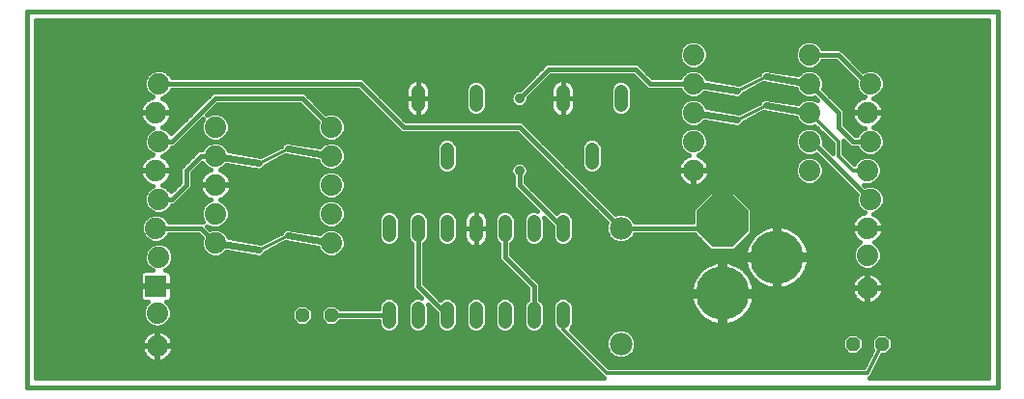
<source format=gtl>
G75*
%MOIN*%
%OFA0B0*%
%FSLAX25Y25*%
%IPPOS*%
%LPD*%
%AMOC8*
5,1,8,0,0,1.08239X$1,22.5*
%
%ADD10C,0.01600*%
%ADD11C,0.07400*%
%ADD12R,0.07400X0.07400*%
%ADD13C,0.04800*%
%ADD14C,0.07800*%
%ADD15C,0.02400*%
%ADD16C,0.01000*%
%ADD17OC8,0.04800*%
%ADD18OC8,0.17717*%
%ADD19C,0.18504*%
%ADD20C,0.03543*%
%ADD21C,0.01200*%
D10*
X0001800Y0001800D02*
X0001800Y0131800D01*
X0336800Y0131800D01*
X0336800Y0001800D01*
X0001800Y0001800D01*
X0004975Y0004975D02*
X0004975Y0128625D01*
X0333625Y0128625D01*
X0333625Y0004975D01*
X0292662Y0004975D01*
X0292826Y0005139D01*
X0293147Y0005246D01*
X0293362Y0005675D01*
X0293700Y0006013D01*
X0293700Y0006351D01*
X0297074Y0013100D01*
X0298333Y0013100D01*
X0300500Y0015267D01*
X0300500Y0018333D01*
X0298333Y0020500D01*
X0295267Y0020500D01*
X0293100Y0018333D01*
X0293100Y0015267D01*
X0293640Y0014728D01*
X0290626Y0008700D01*
X0202587Y0008700D01*
X0189460Y0021827D01*
X0189937Y0022304D01*
X0190500Y0023664D01*
X0190500Y0029936D01*
X0189937Y0031296D01*
X0188896Y0032337D01*
X0187536Y0032900D01*
X0186064Y0032900D01*
X0184704Y0032337D01*
X0183663Y0031296D01*
X0183100Y0029936D01*
X0183100Y0023664D01*
X0183663Y0022304D01*
X0184704Y0021263D01*
X0184900Y0021182D01*
X0184900Y0021013D01*
X0199900Y0006013D01*
X0200938Y0004975D01*
X0004975Y0004975D01*
X0004975Y0004997D02*
X0200916Y0004997D01*
X0199317Y0006596D02*
X0004975Y0006596D01*
X0004975Y0008194D02*
X0197719Y0008194D01*
X0196120Y0009793D02*
X0004975Y0009793D01*
X0004975Y0011391D02*
X0043927Y0011391D01*
X0043917Y0011396D02*
X0044689Y0011003D01*
X0045512Y0010735D01*
X0046367Y0010600D01*
X0046600Y0010600D01*
X0046600Y0015900D01*
X0047000Y0015900D01*
X0047000Y0016300D01*
X0052300Y0016300D01*
X0052300Y0016533D01*
X0052165Y0017388D01*
X0051897Y0018211D01*
X0051504Y0018983D01*
X0050995Y0019683D01*
X0050383Y0020295D01*
X0049683Y0020804D01*
X0048911Y0021197D01*
X0048088Y0021465D01*
X0047233Y0021600D01*
X0047000Y0021600D01*
X0047000Y0016300D01*
X0046600Y0016300D01*
X0046600Y0021600D01*
X0046367Y0021600D01*
X0045512Y0021465D01*
X0044689Y0021197D01*
X0043917Y0020804D01*
X0043217Y0020295D01*
X0042605Y0019683D01*
X0042096Y0018983D01*
X0041703Y0018211D01*
X0041435Y0017388D01*
X0041300Y0016533D01*
X0041300Y0016300D01*
X0046600Y0016300D01*
X0046600Y0015900D01*
X0041300Y0015900D01*
X0041300Y0015667D01*
X0041435Y0014812D01*
X0041703Y0013989D01*
X0042096Y0013217D01*
X0042605Y0012517D01*
X0043217Y0011905D01*
X0043917Y0011396D01*
X0042261Y0012990D02*
X0004975Y0012990D01*
X0004975Y0014588D02*
X0041508Y0014588D01*
X0041564Y0017785D02*
X0004975Y0017785D01*
X0004975Y0016187D02*
X0046600Y0016187D01*
X0047000Y0016187D02*
X0189726Y0016187D01*
X0188128Y0017785D02*
X0052036Y0017785D01*
X0051213Y0019384D02*
X0186529Y0019384D01*
X0184931Y0020982D02*
X0178217Y0020982D01*
X0178896Y0021263D02*
X0177536Y0020700D01*
X0176064Y0020700D01*
X0174704Y0021263D01*
X0173663Y0022304D01*
X0173100Y0023664D01*
X0173100Y0029936D01*
X0173663Y0031296D01*
X0174700Y0032333D01*
X0174700Y0035930D01*
X0164700Y0045930D01*
X0164700Y0051267D01*
X0163663Y0052304D01*
X0163100Y0053664D01*
X0163100Y0059936D01*
X0163663Y0061296D01*
X0164704Y0062337D01*
X0166064Y0062900D01*
X0167536Y0062900D01*
X0168896Y0062337D01*
X0169937Y0061296D01*
X0170500Y0059936D01*
X0170500Y0053664D01*
X0169937Y0052304D01*
X0168900Y0051267D01*
X0168900Y0047670D01*
X0177670Y0038900D01*
X0178900Y0037670D01*
X0178900Y0032333D01*
X0179937Y0031296D01*
X0180500Y0029936D01*
X0180500Y0023664D01*
X0179937Y0022304D01*
X0178896Y0021263D01*
X0180051Y0022581D02*
X0183549Y0022581D01*
X0183100Y0024179D02*
X0180500Y0024179D01*
X0180500Y0025778D02*
X0183100Y0025778D01*
X0183100Y0027376D02*
X0180500Y0027376D01*
X0180500Y0028975D02*
X0183100Y0028975D01*
X0183364Y0030573D02*
X0180236Y0030573D01*
X0179061Y0032172D02*
X0184539Y0032172D01*
X0189061Y0032172D02*
X0230950Y0032172D01*
X0230887Y0032446D02*
X0231163Y0031236D01*
X0231573Y0030064D01*
X0232112Y0028946D01*
X0232772Y0027894D01*
X0233546Y0026924D01*
X0234424Y0026046D01*
X0235394Y0025272D01*
X0236446Y0024612D01*
X0237564Y0024073D01*
X0238736Y0023663D01*
X0239946Y0023387D01*
X0241000Y0023268D01*
X0241000Y0033500D01*
X0242600Y0033500D01*
X0242600Y0035100D01*
X0252832Y0035100D01*
X0252713Y0036154D01*
X0252437Y0037364D01*
X0252027Y0038536D01*
X0251488Y0039654D01*
X0250828Y0040706D01*
X0250054Y0041676D01*
X0249176Y0042554D01*
X0248206Y0043328D01*
X0247154Y0043988D01*
X0246036Y0044527D01*
X0244864Y0044937D01*
X0243654Y0045213D01*
X0242600Y0045332D01*
X0242600Y0035100D01*
X0241000Y0035100D01*
X0241000Y0045332D01*
X0239946Y0045213D01*
X0238736Y0044937D01*
X0237564Y0044527D01*
X0236446Y0043988D01*
X0235394Y0043328D01*
X0234424Y0042554D01*
X0233546Y0041676D01*
X0232772Y0040706D01*
X0232112Y0039654D01*
X0231573Y0038536D01*
X0231163Y0037364D01*
X0230887Y0036154D01*
X0230768Y0035100D01*
X0241000Y0035100D01*
X0241000Y0033500D01*
X0230768Y0033500D01*
X0230887Y0032446D01*
X0231395Y0030573D02*
X0190236Y0030573D01*
X0190500Y0028975D02*
X0232098Y0028975D01*
X0233186Y0027376D02*
X0190500Y0027376D01*
X0190500Y0025778D02*
X0234761Y0025778D01*
X0237344Y0024179D02*
X0190500Y0024179D01*
X0190051Y0022581D02*
X0333625Y0022581D01*
X0333625Y0024179D02*
X0246256Y0024179D01*
X0246036Y0024073D02*
X0247154Y0024612D01*
X0248206Y0025272D01*
X0249176Y0026046D01*
X0250054Y0026924D01*
X0250828Y0027894D01*
X0251488Y0028946D01*
X0252027Y0030064D01*
X0252437Y0031236D01*
X0252713Y0032446D01*
X0252832Y0033500D01*
X0242600Y0033500D01*
X0242600Y0023268D01*
X0243654Y0023387D01*
X0244864Y0023663D01*
X0246036Y0024073D01*
X0248839Y0025778D02*
X0333625Y0025778D01*
X0333625Y0027376D02*
X0250414Y0027376D01*
X0251502Y0028975D02*
X0333625Y0028975D01*
X0333625Y0030573D02*
X0252205Y0030573D01*
X0252650Y0032172D02*
X0287950Y0032172D01*
X0288217Y0031905D02*
X0288917Y0031396D01*
X0289689Y0031003D01*
X0290512Y0030735D01*
X0291367Y0030600D01*
X0291600Y0030600D01*
X0291600Y0035900D01*
X0292000Y0035900D01*
X0292000Y0036300D01*
X0297300Y0036300D01*
X0297300Y0036533D01*
X0297165Y0037388D01*
X0296897Y0038211D01*
X0296504Y0038983D01*
X0295995Y0039683D01*
X0295383Y0040295D01*
X0294683Y0040804D01*
X0293911Y0041197D01*
X0293088Y0041465D01*
X0292233Y0041600D01*
X0292000Y0041600D01*
X0292000Y0036300D01*
X0291600Y0036300D01*
X0291600Y0041600D01*
X0291367Y0041600D01*
X0290512Y0041465D01*
X0289689Y0041197D01*
X0288917Y0040804D01*
X0288217Y0040295D01*
X0287605Y0039683D01*
X0287096Y0038983D01*
X0286703Y0038211D01*
X0286435Y0037388D01*
X0286300Y0036533D01*
X0286300Y0036300D01*
X0291600Y0036300D01*
X0291600Y0035900D01*
X0286300Y0035900D01*
X0286300Y0035667D01*
X0286435Y0034812D01*
X0286703Y0033989D01*
X0287096Y0033217D01*
X0287605Y0032517D01*
X0288217Y0031905D01*
X0286814Y0033770D02*
X0242600Y0033770D01*
X0242600Y0032172D02*
X0241000Y0032172D01*
X0241000Y0033770D02*
X0178900Y0033770D01*
X0178900Y0035369D02*
X0230799Y0035369D01*
X0231073Y0036967D02*
X0178900Y0036967D01*
X0178004Y0038566D02*
X0231588Y0038566D01*
X0232432Y0040164D02*
X0176406Y0040164D01*
X0174807Y0041763D02*
X0233633Y0041763D01*
X0235448Y0043361D02*
X0173209Y0043361D01*
X0171610Y0044960D02*
X0238837Y0044960D01*
X0241000Y0044960D02*
X0242600Y0044960D01*
X0242600Y0043361D02*
X0241000Y0043361D01*
X0241000Y0041763D02*
X0242600Y0041763D01*
X0242600Y0040164D02*
X0241000Y0040164D01*
X0241000Y0038566D02*
X0242600Y0038566D01*
X0242600Y0036967D02*
X0241000Y0036967D01*
X0241000Y0035369D02*
X0242600Y0035369D01*
X0242600Y0030573D02*
X0241000Y0030573D01*
X0241000Y0028975D02*
X0242600Y0028975D01*
X0242600Y0027376D02*
X0241000Y0027376D01*
X0241000Y0025778D02*
X0242600Y0025778D01*
X0242600Y0024179D02*
X0241000Y0024179D01*
X0252527Y0036967D02*
X0255496Y0036967D01*
X0255196Y0037112D02*
X0256314Y0036573D01*
X0257486Y0036163D01*
X0258696Y0035887D01*
X0259750Y0035768D01*
X0259750Y0046000D01*
X0261350Y0046000D01*
X0261350Y0047600D01*
X0271582Y0047600D01*
X0271463Y0048654D01*
X0271187Y0049864D01*
X0270777Y0051036D01*
X0270238Y0052154D01*
X0269578Y0053206D01*
X0268804Y0054176D01*
X0267926Y0055054D01*
X0266956Y0055828D01*
X0265904Y0056488D01*
X0264786Y0057027D01*
X0263614Y0057437D01*
X0262404Y0057713D01*
X0261350Y0057832D01*
X0261350Y0047600D01*
X0259750Y0047600D01*
X0259750Y0057832D01*
X0258696Y0057713D01*
X0257486Y0057437D01*
X0256314Y0057027D01*
X0255196Y0056488D01*
X0254144Y0055828D01*
X0253174Y0055054D01*
X0252296Y0054176D01*
X0251522Y0053206D01*
X0250862Y0052154D01*
X0250323Y0051036D01*
X0249913Y0049864D01*
X0249637Y0048654D01*
X0249518Y0047600D01*
X0259750Y0047600D01*
X0259750Y0046000D01*
X0249518Y0046000D01*
X0249637Y0044946D01*
X0249913Y0043736D01*
X0250323Y0042564D01*
X0250862Y0041446D01*
X0251522Y0040394D01*
X0252296Y0039424D01*
X0253174Y0038546D01*
X0254144Y0037772D01*
X0255196Y0037112D01*
X0253154Y0038566D02*
X0252012Y0038566D01*
X0251706Y0040164D02*
X0251168Y0040164D01*
X0250709Y0041763D02*
X0249967Y0041763D01*
X0250044Y0043361D02*
X0248152Y0043361D01*
X0249635Y0044960D02*
X0244763Y0044960D01*
X0246008Y0049142D02*
X0251958Y0055092D01*
X0251958Y0063508D01*
X0246008Y0069458D01*
X0237592Y0069458D01*
X0231642Y0063508D01*
X0231642Y0058900D01*
X0211559Y0058900D01*
X0211208Y0059746D01*
X0209746Y0061208D01*
X0207834Y0062000D01*
X0205766Y0062000D01*
X0204920Y0061650D01*
X0172670Y0093900D01*
X0132670Y0093900D01*
X0117670Y0108900D01*
X0051842Y0108900D01*
X0051539Y0109632D01*
X0050132Y0111039D01*
X0048295Y0111800D01*
X0046305Y0111800D01*
X0044468Y0111039D01*
X0043061Y0109632D01*
X0042300Y0107795D01*
X0042300Y0105805D01*
X0043061Y0103968D01*
X0044468Y0102561D01*
X0045311Y0102212D01*
X0045012Y0102165D01*
X0044189Y0101897D01*
X0043417Y0101504D01*
X0042717Y0100995D01*
X0042105Y0100383D01*
X0041596Y0099683D01*
X0041203Y0098911D01*
X0040935Y0098088D01*
X0040800Y0097233D01*
X0040800Y0097000D01*
X0046100Y0097000D01*
X0046100Y0096600D01*
X0040800Y0096600D01*
X0040800Y0096367D01*
X0040935Y0095512D01*
X0041203Y0094689D01*
X0041596Y0093917D01*
X0042105Y0093217D01*
X0042717Y0092605D01*
X0043417Y0092096D01*
X0044189Y0091703D01*
X0045012Y0091435D01*
X0045311Y0091388D01*
X0044468Y0091039D01*
X0043061Y0089632D01*
X0042300Y0087795D01*
X0042300Y0085805D01*
X0043061Y0083968D01*
X0044468Y0082561D01*
X0045311Y0082212D01*
X0045012Y0082165D01*
X0044189Y0081897D01*
X0043417Y0081504D01*
X0042717Y0080995D01*
X0042105Y0080383D01*
X0041596Y0079683D01*
X0041203Y0078911D01*
X0040935Y0078088D01*
X0040800Y0077233D01*
X0040800Y0077000D01*
X0046100Y0077000D01*
X0046100Y0076600D01*
X0040800Y0076600D01*
X0040800Y0076367D01*
X0040935Y0075512D01*
X0041203Y0074689D01*
X0041596Y0073917D01*
X0042105Y0073217D01*
X0042717Y0072605D01*
X0043417Y0072096D01*
X0044189Y0071703D01*
X0045012Y0071435D01*
X0045311Y0071388D01*
X0044468Y0071039D01*
X0043061Y0069632D01*
X0042300Y0067795D01*
X0042300Y0065805D01*
X0043061Y0063968D01*
X0044468Y0062561D01*
X0046305Y0061800D01*
X0048295Y0061800D01*
X0050132Y0062561D01*
X0051539Y0063968D01*
X0051842Y0064700D01*
X0052670Y0064700D01*
X0057670Y0069700D01*
X0058900Y0070930D01*
X0058900Y0075930D01*
X0062379Y0079409D01*
X0062561Y0078968D01*
X0063968Y0077561D01*
X0065183Y0077058D01*
X0064689Y0076897D01*
X0063917Y0076504D01*
X0063217Y0075995D01*
X0062605Y0075383D01*
X0062096Y0074683D01*
X0061703Y0073911D01*
X0061435Y0073088D01*
X0061300Y0072233D01*
X0061300Y0071886D01*
X0066714Y0071886D01*
X0066714Y0071714D01*
X0061300Y0071714D01*
X0061300Y0071367D01*
X0061435Y0070512D01*
X0061703Y0069689D01*
X0062096Y0068917D01*
X0062605Y0068217D01*
X0063217Y0067605D01*
X0063917Y0067096D01*
X0064689Y0066703D01*
X0065183Y0066542D01*
X0063968Y0066039D01*
X0062561Y0064632D01*
X0061800Y0062795D01*
X0061800Y0060805D01*
X0062561Y0058968D01*
X0062629Y0058900D01*
X0050842Y0058900D01*
X0050539Y0059632D01*
X0049132Y0061039D01*
X0047295Y0061800D01*
X0045305Y0061800D01*
X0043468Y0061039D01*
X0042061Y0059632D01*
X0041300Y0057795D01*
X0041300Y0055805D01*
X0042061Y0053968D01*
X0043468Y0052561D01*
X0045305Y0051800D01*
X0047295Y0051800D01*
X0049132Y0052561D01*
X0050539Y0053968D01*
X0050842Y0054700D01*
X0060930Y0054700D01*
X0062103Y0053527D01*
X0061800Y0052795D01*
X0061800Y0050805D01*
X0062561Y0048968D01*
X0063968Y0047561D01*
X0065805Y0046800D01*
X0067795Y0046800D01*
X0069632Y0047561D01*
X0070688Y0048617D01*
X0081880Y0046752D01*
X0082848Y0046977D01*
X0083658Y0047555D01*
X0084184Y0048398D01*
X0084199Y0048487D01*
X0091017Y0051896D01*
X0102114Y0050046D01*
X0102561Y0048968D01*
X0103968Y0047561D01*
X0105805Y0046800D01*
X0107795Y0046800D01*
X0109632Y0047561D01*
X0111039Y0048968D01*
X0111800Y0050805D01*
X0111800Y0052795D01*
X0111039Y0054632D01*
X0109632Y0056039D01*
X0107795Y0056800D01*
X0109632Y0057561D01*
X0111039Y0058968D01*
X0111800Y0060805D01*
X0111800Y0062795D01*
X0111039Y0064632D01*
X0109632Y0066039D01*
X0107795Y0066800D01*
X0105805Y0066800D01*
X0103968Y0066039D01*
X0102561Y0064632D01*
X0101800Y0062795D01*
X0101800Y0060805D01*
X0102561Y0058968D01*
X0103968Y0057561D01*
X0105805Y0056800D01*
X0107795Y0056800D01*
X0105805Y0056800D01*
X0103968Y0056039D01*
X0102911Y0054983D01*
X0091720Y0056848D01*
X0090752Y0056623D01*
X0089942Y0056045D01*
X0089416Y0055202D01*
X0089401Y0055113D01*
X0082583Y0051704D01*
X0071486Y0053554D01*
X0071039Y0054632D01*
X0069632Y0056039D01*
X0067795Y0056800D01*
X0069632Y0057561D01*
X0071039Y0058968D01*
X0071800Y0060805D01*
X0071800Y0062795D01*
X0071039Y0064632D01*
X0069632Y0066039D01*
X0068417Y0066542D01*
X0068911Y0066703D01*
X0069683Y0067096D01*
X0070383Y0067605D01*
X0070995Y0068217D01*
X0071504Y0068917D01*
X0071897Y0069689D01*
X0072165Y0070512D01*
X0072300Y0071367D01*
X0072300Y0071714D01*
X0066886Y0071714D01*
X0066886Y0071886D01*
X0072300Y0071886D01*
X0072300Y0072233D01*
X0072165Y0073088D01*
X0071897Y0073911D01*
X0071504Y0074683D01*
X0070995Y0075383D01*
X0070383Y0075995D01*
X0069683Y0076504D01*
X0068911Y0076897D01*
X0068417Y0077058D01*
X0069632Y0077561D01*
X0070688Y0078617D01*
X0081880Y0076752D01*
X0082848Y0076977D01*
X0083658Y0077555D01*
X0084184Y0078398D01*
X0084199Y0078487D01*
X0091017Y0081896D01*
X0102114Y0080046D01*
X0102561Y0078968D01*
X0103968Y0077561D01*
X0105805Y0076800D01*
X0107795Y0076800D01*
X0109632Y0077561D01*
X0111039Y0078968D01*
X0111800Y0080805D01*
X0111800Y0082795D01*
X0111039Y0084632D01*
X0109632Y0086039D01*
X0107795Y0086800D01*
X0105805Y0086800D01*
X0103968Y0086039D01*
X0102911Y0084983D01*
X0091720Y0086848D01*
X0090752Y0086623D01*
X0089942Y0086045D01*
X0089416Y0085202D01*
X0089401Y0085113D01*
X0082583Y0081704D01*
X0071486Y0083554D01*
X0071039Y0084632D01*
X0069632Y0086039D01*
X0067795Y0086800D01*
X0069632Y0087561D01*
X0071039Y0088968D01*
X0071800Y0090805D01*
X0071800Y0092795D01*
X0071039Y0094632D01*
X0069632Y0096039D01*
X0067795Y0096800D01*
X0065805Y0096800D01*
X0064038Y0096068D01*
X0067670Y0099700D01*
X0095930Y0099700D01*
X0102103Y0093527D01*
X0101800Y0092795D01*
X0101800Y0090805D01*
X0102561Y0088968D01*
X0103968Y0087561D01*
X0105805Y0086800D01*
X0107795Y0086800D01*
X0109632Y0087561D01*
X0111039Y0088968D01*
X0111800Y0090805D01*
X0111800Y0092795D01*
X0111039Y0094632D01*
X0109632Y0096039D01*
X0107795Y0096800D01*
X0105805Y0096800D01*
X0105073Y0096497D01*
X0097670Y0103900D01*
X0065930Y0103900D01*
X0064700Y0102670D01*
X0051575Y0089545D01*
X0051539Y0089632D01*
X0050132Y0091039D01*
X0048464Y0091730D01*
X0049183Y0092096D01*
X0049883Y0092605D01*
X0050495Y0093217D01*
X0051004Y0093917D01*
X0051397Y0094689D01*
X0051665Y0095512D01*
X0051800Y0096367D01*
X0051800Y0096600D01*
X0046500Y0096600D01*
X0046500Y0097000D01*
X0051800Y0097000D01*
X0051800Y0097233D01*
X0051665Y0098088D01*
X0051397Y0098911D01*
X0051004Y0099683D01*
X0050495Y0100383D01*
X0049883Y0100995D01*
X0049183Y0101504D01*
X0048464Y0101870D01*
X0050132Y0102561D01*
X0051539Y0103968D01*
X0051842Y0104700D01*
X0115930Y0104700D01*
X0129700Y0090930D01*
X0130930Y0089700D01*
X0170930Y0089700D01*
X0201950Y0058680D01*
X0201600Y0057834D01*
X0201600Y0055766D01*
X0202392Y0053854D01*
X0203854Y0052392D01*
X0205766Y0051600D01*
X0207834Y0051600D01*
X0209746Y0052392D01*
X0211208Y0053854D01*
X0211559Y0054700D01*
X0232034Y0054700D01*
X0237592Y0049142D01*
X0246008Y0049142D01*
X0246621Y0049755D02*
X0249888Y0049755D01*
X0249581Y0048157D02*
X0168900Y0048157D01*
X0168900Y0049755D02*
X0236979Y0049755D01*
X0235380Y0051354D02*
X0188986Y0051354D01*
X0188896Y0051263D02*
X0189937Y0052304D01*
X0190500Y0053664D01*
X0190500Y0059936D01*
X0189937Y0061296D01*
X0188896Y0062337D01*
X0187536Y0062900D01*
X0186064Y0062900D01*
X0184704Y0062337D01*
X0184469Y0062101D01*
X0173900Y0072670D01*
X0173900Y0074556D01*
X0174404Y0075060D01*
X0174872Y0076189D01*
X0174872Y0077411D01*
X0174404Y0078540D01*
X0173540Y0079404D01*
X0172411Y0079872D01*
X0171189Y0079872D01*
X0170060Y0079404D01*
X0169196Y0078540D01*
X0168728Y0077411D01*
X0168728Y0076189D01*
X0169196Y0075060D01*
X0169700Y0074556D01*
X0169700Y0070930D01*
X0177867Y0062763D01*
X0177536Y0062900D01*
X0176064Y0062900D01*
X0174704Y0062337D01*
X0173663Y0061296D01*
X0173100Y0059936D01*
X0173100Y0053664D01*
X0173663Y0052304D01*
X0174704Y0051263D01*
X0176064Y0050700D01*
X0177536Y0050700D01*
X0178896Y0051263D01*
X0179937Y0052304D01*
X0180500Y0053664D01*
X0180500Y0059936D01*
X0180363Y0060267D01*
X0183100Y0057530D01*
X0183100Y0053664D01*
X0183663Y0052304D01*
X0184704Y0051263D01*
X0186064Y0050700D01*
X0187536Y0050700D01*
X0188896Y0051263D01*
X0190205Y0052952D02*
X0203294Y0052952D01*
X0202103Y0054551D02*
X0190500Y0054551D01*
X0190500Y0056149D02*
X0201600Y0056149D01*
X0201600Y0057748D02*
X0190500Y0057748D01*
X0190500Y0059346D02*
X0201284Y0059346D01*
X0199685Y0060945D02*
X0190082Y0060945D01*
X0188397Y0062543D02*
X0198087Y0062543D01*
X0196488Y0064142D02*
X0182428Y0064142D01*
X0184026Y0062543D02*
X0185203Y0062543D01*
X0181284Y0059346D02*
X0180500Y0059346D01*
X0180500Y0057748D02*
X0182882Y0057748D01*
X0183100Y0056149D02*
X0180500Y0056149D01*
X0180500Y0054551D02*
X0183100Y0054551D01*
X0183395Y0052952D02*
X0180205Y0052952D01*
X0178986Y0051354D02*
X0184614Y0051354D01*
X0186800Y0056800D02*
X0171800Y0071800D01*
X0171800Y0076800D01*
X0174872Y0076930D02*
X0183700Y0076930D01*
X0182102Y0078529D02*
X0174409Y0078529D01*
X0174516Y0075332D02*
X0185299Y0075332D01*
X0186897Y0073733D02*
X0173900Y0073733D01*
X0174435Y0072134D02*
X0188496Y0072134D01*
X0190094Y0070536D02*
X0176034Y0070536D01*
X0177632Y0068937D02*
X0191693Y0068937D01*
X0193291Y0067339D02*
X0179231Y0067339D01*
X0180829Y0065740D02*
X0194890Y0065740D01*
X0197632Y0068937D02*
X0237072Y0068937D01*
X0235473Y0067339D02*
X0199231Y0067339D01*
X0200829Y0065740D02*
X0233875Y0065740D01*
X0232276Y0064142D02*
X0202428Y0064142D01*
X0204026Y0062543D02*
X0231642Y0062543D01*
X0231642Y0060945D02*
X0210009Y0060945D01*
X0211374Y0059346D02*
X0231642Y0059346D01*
X0232183Y0054551D02*
X0211497Y0054551D01*
X0210306Y0052952D02*
X0233782Y0052952D01*
X0239300Y0056800D02*
X0241800Y0059300D01*
X0239300Y0056800D02*
X0206800Y0056800D01*
X0171800Y0091800D01*
X0131800Y0091800D01*
X0116800Y0106800D01*
X0047300Y0106800D01*
X0051842Y0108900D02*
X0175930Y0108900D01*
X0174332Y0107302D02*
X0158931Y0107302D01*
X0158896Y0107337D02*
X0157536Y0107900D01*
X0156064Y0107900D01*
X0154704Y0107337D01*
X0153663Y0106296D01*
X0153100Y0104936D01*
X0153100Y0098664D01*
X0153663Y0097304D01*
X0154704Y0096263D01*
X0156064Y0095700D01*
X0157536Y0095700D01*
X0158896Y0096263D01*
X0159937Y0097304D01*
X0160500Y0098664D01*
X0160500Y0104936D01*
X0159937Y0106296D01*
X0158896Y0107337D01*
X0160182Y0105703D02*
X0172733Y0105703D01*
X0171902Y0104872D02*
X0171189Y0104872D01*
X0170060Y0104404D01*
X0169196Y0103540D01*
X0168728Y0102411D01*
X0168728Y0101189D01*
X0169196Y0100060D01*
X0170060Y0099196D01*
X0171189Y0098728D01*
X0172411Y0098728D01*
X0173540Y0099196D01*
X0174404Y0100060D01*
X0174872Y0101189D01*
X0174872Y0101902D01*
X0182670Y0109700D01*
X0210930Y0109700D01*
X0215930Y0104700D01*
X0227258Y0104700D01*
X0227561Y0103968D01*
X0228968Y0102561D01*
X0230805Y0101800D01*
X0232795Y0101800D01*
X0234632Y0102561D01*
X0235688Y0103617D01*
X0246880Y0101752D01*
X0247848Y0101977D01*
X0248658Y0102555D01*
X0249184Y0103398D01*
X0249199Y0103487D01*
X0256017Y0106896D01*
X0267114Y0105046D01*
X0267561Y0103968D01*
X0268968Y0102561D01*
X0270805Y0101800D01*
X0268968Y0101039D01*
X0267911Y0099983D01*
X0256720Y0101848D01*
X0255752Y0101623D01*
X0254942Y0101045D01*
X0254416Y0100202D01*
X0254401Y0100113D01*
X0247583Y0096704D01*
X0236486Y0098554D01*
X0236039Y0099632D01*
X0234632Y0101039D01*
X0232795Y0101800D01*
X0230805Y0101800D01*
X0228968Y0101039D01*
X0227561Y0099632D01*
X0226800Y0097795D01*
X0226800Y0095805D01*
X0227561Y0093968D01*
X0228968Y0092561D01*
X0230805Y0091800D01*
X0228968Y0091039D01*
X0227561Y0089632D01*
X0226800Y0087795D01*
X0226800Y0085805D01*
X0227561Y0083968D01*
X0228968Y0082561D01*
X0230183Y0082058D01*
X0229689Y0081897D01*
X0228917Y0081504D01*
X0228217Y0080995D01*
X0227605Y0080383D01*
X0227096Y0079683D01*
X0226703Y0078911D01*
X0226435Y0078088D01*
X0226300Y0077233D01*
X0226300Y0076886D01*
X0231714Y0076886D01*
X0231714Y0076714D01*
X0226300Y0076714D01*
X0226300Y0076367D01*
X0226435Y0075512D01*
X0226703Y0074689D01*
X0227096Y0073917D01*
X0227605Y0073217D01*
X0228217Y0072605D01*
X0228917Y0072096D01*
X0229689Y0071703D01*
X0230512Y0071435D01*
X0231367Y0071300D01*
X0231714Y0071300D01*
X0231714Y0076714D01*
X0231886Y0076714D01*
X0231886Y0076886D01*
X0237300Y0076886D01*
X0237300Y0077233D01*
X0237165Y0078088D01*
X0236897Y0078911D01*
X0236504Y0079683D01*
X0235995Y0080383D01*
X0235383Y0080995D01*
X0234683Y0081504D01*
X0233911Y0081897D01*
X0233417Y0082058D01*
X0234632Y0082561D01*
X0236039Y0083968D01*
X0236800Y0085805D01*
X0236800Y0087795D01*
X0236039Y0089632D01*
X0234632Y0091039D01*
X0232795Y0091800D01*
X0230805Y0091800D01*
X0232795Y0091800D01*
X0234632Y0092561D01*
X0235688Y0093617D01*
X0246880Y0091752D01*
X0247848Y0091977D01*
X0248658Y0092555D01*
X0249184Y0093398D01*
X0249199Y0093487D01*
X0256017Y0096896D01*
X0267114Y0095046D01*
X0267561Y0093968D01*
X0268968Y0092561D01*
X0270805Y0091800D01*
X0268968Y0091039D01*
X0267561Y0089632D01*
X0266800Y0087795D01*
X0266800Y0085805D01*
X0267561Y0083968D01*
X0268968Y0082561D01*
X0270805Y0081800D01*
X0272795Y0081800D01*
X0274234Y0082396D01*
X0288103Y0068527D01*
X0287800Y0067795D01*
X0287800Y0065805D01*
X0288561Y0063968D01*
X0289968Y0062561D01*
X0290811Y0062212D01*
X0290512Y0062165D01*
X0289689Y0061897D01*
X0288917Y0061504D01*
X0288217Y0060995D01*
X0287605Y0060383D01*
X0287096Y0059683D01*
X0286703Y0058911D01*
X0286435Y0058088D01*
X0286300Y0057233D01*
X0286300Y0057000D01*
X0291600Y0057000D01*
X0291600Y0056600D01*
X0286300Y0056600D01*
X0286300Y0056367D01*
X0286435Y0055512D01*
X0286703Y0054689D01*
X0287096Y0053917D01*
X0287605Y0053217D01*
X0288217Y0052605D01*
X0288917Y0052096D01*
X0289327Y0051887D01*
X0288968Y0051739D01*
X0287561Y0050332D01*
X0286800Y0048495D01*
X0286800Y0046505D01*
X0287561Y0044668D01*
X0288968Y0043261D01*
X0290805Y0042500D01*
X0292795Y0042500D01*
X0294632Y0043261D01*
X0296039Y0044668D01*
X0296800Y0046505D01*
X0296800Y0048495D01*
X0296039Y0050332D01*
X0294632Y0051739D01*
X0294273Y0051887D01*
X0294683Y0052096D01*
X0295383Y0052605D01*
X0295995Y0053217D01*
X0296504Y0053917D01*
X0296897Y0054689D01*
X0297165Y0055512D01*
X0297300Y0056367D01*
X0297300Y0056600D01*
X0292000Y0056600D01*
X0292000Y0057000D01*
X0297300Y0057000D01*
X0297300Y0057233D01*
X0297165Y0058088D01*
X0296897Y0058911D01*
X0296504Y0059683D01*
X0295995Y0060383D01*
X0295383Y0060995D01*
X0294683Y0061504D01*
X0293964Y0061870D01*
X0295632Y0062561D01*
X0297039Y0063968D01*
X0297800Y0065805D01*
X0297800Y0067795D01*
X0297039Y0069632D01*
X0295632Y0071039D01*
X0293795Y0071800D01*
X0291805Y0071800D01*
X0291073Y0071497D01*
X0290745Y0071825D01*
X0290805Y0071800D01*
X0292795Y0071800D01*
X0294632Y0072561D01*
X0296039Y0073968D01*
X0296800Y0075805D01*
X0296800Y0077795D01*
X0296039Y0079632D01*
X0294632Y0081039D01*
X0292795Y0081800D01*
X0290805Y0081800D01*
X0288968Y0081039D01*
X0287561Y0079632D01*
X0287296Y0078991D01*
X0283700Y0082587D01*
X0283700Y0086930D01*
X0285930Y0084700D01*
X0288258Y0084700D01*
X0288561Y0083968D01*
X0289968Y0082561D01*
X0291805Y0081800D01*
X0293795Y0081800D01*
X0295632Y0082561D01*
X0297039Y0083968D01*
X0297800Y0085805D01*
X0297800Y0087795D01*
X0297039Y0089632D01*
X0295632Y0091039D01*
X0293964Y0091730D01*
X0294683Y0092096D01*
X0295383Y0092605D01*
X0295995Y0093217D01*
X0296504Y0093917D01*
X0296897Y0094689D01*
X0297165Y0095512D01*
X0297300Y0096367D01*
X0297300Y0096600D01*
X0292000Y0096600D01*
X0292000Y0097000D01*
X0297300Y0097000D01*
X0297300Y0097233D01*
X0297165Y0098088D01*
X0296897Y0098911D01*
X0296504Y0099683D01*
X0295995Y0100383D01*
X0295383Y0100995D01*
X0294683Y0101504D01*
X0293964Y0101870D01*
X0295632Y0102561D01*
X0297039Y0103968D01*
X0297800Y0105805D01*
X0297800Y0107795D01*
X0297039Y0109632D01*
X0295632Y0111039D01*
X0293795Y0111800D01*
X0291805Y0111800D01*
X0290366Y0111204D01*
X0283900Y0117670D01*
X0282670Y0118900D01*
X0276342Y0118900D01*
X0276039Y0119632D01*
X0274632Y0121039D01*
X0272795Y0121800D01*
X0270805Y0121800D01*
X0268968Y0121039D01*
X0267561Y0119632D01*
X0266800Y0117795D01*
X0266800Y0115805D01*
X0267561Y0113968D01*
X0268968Y0112561D01*
X0270805Y0111800D01*
X0268968Y0111039D01*
X0267911Y0109983D01*
X0256720Y0111848D01*
X0255752Y0111623D01*
X0254942Y0111045D01*
X0254416Y0110202D01*
X0254401Y0110113D01*
X0247583Y0106704D01*
X0236486Y0108554D01*
X0236039Y0109632D01*
X0234632Y0111039D01*
X0232795Y0111800D01*
X0234632Y0112561D01*
X0236039Y0113968D01*
X0236800Y0115805D01*
X0236800Y0117795D01*
X0236039Y0119632D01*
X0234632Y0121039D01*
X0232795Y0121800D01*
X0230805Y0121800D01*
X0228968Y0121039D01*
X0227561Y0119632D01*
X0226800Y0117795D01*
X0226800Y0115805D01*
X0227561Y0113968D01*
X0228968Y0112561D01*
X0230805Y0111800D01*
X0232795Y0111800D01*
X0230805Y0111800D01*
X0228968Y0111039D01*
X0227561Y0109632D01*
X0227258Y0108900D01*
X0217670Y0108900D01*
X0213900Y0112670D01*
X0212670Y0113900D01*
X0180930Y0113900D01*
X0171902Y0104872D01*
X0169761Y0104105D02*
X0160500Y0104105D01*
X0160500Y0102506D02*
X0168768Y0102506D01*
X0168845Y0100908D02*
X0160500Y0100908D01*
X0160500Y0099309D02*
X0169947Y0099309D01*
X0171800Y0101800D02*
X0181800Y0111800D01*
X0211800Y0111800D01*
X0216800Y0106800D01*
X0231800Y0106800D01*
X0227258Y0108900D02*
X0217670Y0108900D01*
X0216071Y0110499D02*
X0228428Y0110499D01*
X0230088Y0112097D02*
X0214473Y0112097D01*
X0212874Y0113696D02*
X0227833Y0113696D01*
X0227012Y0115294D02*
X0004975Y0115294D01*
X0004975Y0113696D02*
X0180726Y0113696D01*
X0179127Y0112097D02*
X0004975Y0112097D01*
X0004975Y0110499D02*
X0043928Y0110499D01*
X0042758Y0108900D02*
X0004975Y0108900D01*
X0004975Y0107302D02*
X0042300Y0107302D01*
X0042342Y0105703D02*
X0004975Y0105703D01*
X0004975Y0104105D02*
X0043004Y0104105D01*
X0044600Y0102506D02*
X0004975Y0102506D01*
X0004975Y0100908D02*
X0042630Y0100908D01*
X0041406Y0099309D02*
X0004975Y0099309D01*
X0004975Y0097711D02*
X0040876Y0097711D01*
X0040840Y0096112D02*
X0004975Y0096112D01*
X0004975Y0094514D02*
X0041292Y0094514D01*
X0042407Y0092915D02*
X0004975Y0092915D01*
X0004975Y0091317D02*
X0045139Y0091317D01*
X0043147Y0089718D02*
X0004975Y0089718D01*
X0004975Y0088120D02*
X0042435Y0088120D01*
X0042300Y0086521D02*
X0004975Y0086521D01*
X0004975Y0084923D02*
X0042666Y0084923D01*
X0043705Y0083324D02*
X0004975Y0083324D01*
X0004975Y0081726D02*
X0043852Y0081726D01*
X0041919Y0080127D02*
X0004975Y0080127D01*
X0004975Y0078529D02*
X0041079Y0078529D01*
X0040994Y0075332D02*
X0004975Y0075332D01*
X0004975Y0076930D02*
X0046100Y0076930D01*
X0046500Y0076930D02*
X0054700Y0076930D01*
X0054700Y0077670D02*
X0054700Y0072670D01*
X0051575Y0069545D01*
X0051539Y0069632D01*
X0050132Y0071039D01*
X0048464Y0071730D01*
X0049183Y0072096D01*
X0049883Y0072605D01*
X0050495Y0073217D01*
X0051004Y0073917D01*
X0051397Y0074689D01*
X0051665Y0075512D01*
X0051800Y0076367D01*
X0051800Y0076600D01*
X0046500Y0076600D01*
X0046500Y0077000D01*
X0051800Y0077000D01*
X0051800Y0077233D01*
X0051665Y0078088D01*
X0051397Y0078911D01*
X0051004Y0079683D01*
X0050495Y0080383D01*
X0049883Y0080995D01*
X0049183Y0081504D01*
X0048464Y0081870D01*
X0050132Y0082561D01*
X0051539Y0083968D01*
X0051842Y0084700D01*
X0052670Y0084700D01*
X0062532Y0094562D01*
X0061800Y0092795D01*
X0061800Y0090805D01*
X0062561Y0088968D01*
X0063968Y0087561D01*
X0065805Y0086800D01*
X0067795Y0086800D01*
X0065805Y0086800D01*
X0063968Y0086039D01*
X0062561Y0084632D01*
X0062258Y0083900D01*
X0060930Y0083900D01*
X0059700Y0082670D01*
X0054700Y0077670D01*
X0055559Y0078529D02*
X0051521Y0078529D01*
X0050681Y0080127D02*
X0057157Y0080127D01*
X0058756Y0081726D02*
X0048748Y0081726D01*
X0050895Y0083324D02*
X0060354Y0083324D01*
X0061800Y0081800D02*
X0066800Y0081800D01*
X0061800Y0081800D02*
X0056800Y0076800D01*
X0056800Y0071800D01*
X0051800Y0066800D01*
X0047300Y0066800D01*
X0042773Y0068937D02*
X0004975Y0068937D01*
X0004975Y0067339D02*
X0042300Y0067339D01*
X0042327Y0065740D02*
X0004975Y0065740D01*
X0004975Y0064142D02*
X0042989Y0064142D01*
X0044511Y0062543D02*
X0004975Y0062543D01*
X0004975Y0060945D02*
X0043374Y0060945D01*
X0041943Y0059346D02*
X0004975Y0059346D01*
X0004975Y0057748D02*
X0041300Y0057748D01*
X0041300Y0056149D02*
X0004975Y0056149D01*
X0004975Y0054551D02*
X0041820Y0054551D01*
X0043077Y0052952D02*
X0004975Y0052952D01*
X0004975Y0051354D02*
X0045228Y0051354D01*
X0044468Y0051039D02*
X0046305Y0051800D01*
X0048295Y0051800D01*
X0050132Y0051039D01*
X0051539Y0049632D01*
X0052300Y0047795D01*
X0052300Y0045805D01*
X0051539Y0043968D01*
X0050132Y0042561D01*
X0049502Y0042300D01*
X0050237Y0042300D01*
X0050695Y0042177D01*
X0051105Y0041940D01*
X0051440Y0041605D01*
X0051677Y0041195D01*
X0051800Y0040737D01*
X0051800Y0037000D01*
X0046500Y0037000D01*
X0046500Y0036600D01*
X0051800Y0036600D01*
X0051800Y0032863D01*
X0051677Y0032405D01*
X0051440Y0031995D01*
X0051105Y0031660D01*
X0050695Y0031423D01*
X0050237Y0031300D01*
X0050071Y0031300D01*
X0051039Y0030332D01*
X0051800Y0028495D01*
X0051800Y0026505D01*
X0051039Y0024668D01*
X0049632Y0023261D01*
X0047795Y0022500D01*
X0045805Y0022500D01*
X0043968Y0023261D01*
X0042561Y0024668D01*
X0041800Y0026505D01*
X0041800Y0028495D01*
X0042561Y0030332D01*
X0043529Y0031300D01*
X0042363Y0031300D01*
X0041905Y0031423D01*
X0041495Y0031660D01*
X0041160Y0031995D01*
X0040923Y0032405D01*
X0040800Y0032863D01*
X0040800Y0036600D01*
X0046100Y0036600D01*
X0046100Y0037000D01*
X0040800Y0037000D01*
X0040800Y0040737D01*
X0040923Y0041195D01*
X0041160Y0041605D01*
X0041495Y0041940D01*
X0041905Y0042177D01*
X0042363Y0042300D01*
X0045098Y0042300D01*
X0044468Y0042561D01*
X0043061Y0043968D01*
X0042300Y0045805D01*
X0042300Y0047795D01*
X0043061Y0049632D01*
X0044468Y0051039D01*
X0043184Y0049755D02*
X0004975Y0049755D01*
X0004975Y0048157D02*
X0042450Y0048157D01*
X0042300Y0046558D02*
X0004975Y0046558D01*
X0004975Y0044960D02*
X0042650Y0044960D01*
X0043668Y0043361D02*
X0004975Y0043361D01*
X0004975Y0041763D02*
X0041317Y0041763D01*
X0040800Y0040164D02*
X0004975Y0040164D01*
X0004975Y0038566D02*
X0040800Y0038566D01*
X0040800Y0035369D02*
X0004975Y0035369D01*
X0004975Y0036967D02*
X0046100Y0036967D01*
X0046500Y0036967D02*
X0134700Y0036967D01*
X0134700Y0035930D02*
X0137867Y0032763D01*
X0137536Y0032900D01*
X0136064Y0032900D01*
X0134704Y0032337D01*
X0133663Y0031296D01*
X0133100Y0029936D01*
X0133100Y0023664D01*
X0133663Y0022304D01*
X0134704Y0021263D01*
X0136064Y0020700D01*
X0137536Y0020700D01*
X0138896Y0021263D01*
X0139937Y0022304D01*
X0140500Y0023664D01*
X0140500Y0029936D01*
X0140363Y0030267D01*
X0143100Y0027530D01*
X0143100Y0023664D01*
X0143663Y0022304D01*
X0144704Y0021263D01*
X0146064Y0020700D01*
X0147536Y0020700D01*
X0148896Y0021263D01*
X0149937Y0022304D01*
X0150500Y0023664D01*
X0150500Y0029936D01*
X0149937Y0031296D01*
X0148896Y0032337D01*
X0147536Y0032900D01*
X0146064Y0032900D01*
X0144704Y0032337D01*
X0144469Y0032101D01*
X0138900Y0037670D01*
X0138900Y0051267D01*
X0139937Y0052304D01*
X0140500Y0053664D01*
X0140500Y0059936D01*
X0139937Y0061296D01*
X0138896Y0062337D01*
X0137536Y0062900D01*
X0136064Y0062900D01*
X0134704Y0062337D01*
X0133663Y0061296D01*
X0133100Y0059936D01*
X0133100Y0053664D01*
X0133663Y0052304D01*
X0134700Y0051267D01*
X0134700Y0035930D01*
X0135261Y0035369D02*
X0051800Y0035369D01*
X0051800Y0033770D02*
X0136860Y0033770D01*
X0134539Y0032172D02*
X0129061Y0032172D01*
X0128896Y0032337D02*
X0127536Y0032900D01*
X0126064Y0032900D01*
X0124704Y0032337D01*
X0123663Y0031296D01*
X0123100Y0029936D01*
X0123100Y0028900D01*
X0109933Y0028900D01*
X0108333Y0030500D01*
X0105267Y0030500D01*
X0103100Y0028333D01*
X0103100Y0025267D01*
X0105267Y0023100D01*
X0108333Y0023100D01*
X0109933Y0024700D01*
X0123100Y0024700D01*
X0123100Y0023664D01*
X0123663Y0022304D01*
X0124704Y0021263D01*
X0126064Y0020700D01*
X0127536Y0020700D01*
X0128896Y0021263D01*
X0129937Y0022304D01*
X0130500Y0023664D01*
X0130500Y0029936D01*
X0129937Y0031296D01*
X0128896Y0032337D01*
X0130236Y0030573D02*
X0133364Y0030573D01*
X0133100Y0028975D02*
X0130500Y0028975D01*
X0130500Y0027376D02*
X0133100Y0027376D01*
X0133100Y0025778D02*
X0130500Y0025778D01*
X0130500Y0024179D02*
X0133100Y0024179D01*
X0133549Y0022581D02*
X0130051Y0022581D01*
X0128217Y0020982D02*
X0135383Y0020982D01*
X0138217Y0020982D02*
X0145383Y0020982D01*
X0143549Y0022581D02*
X0140051Y0022581D01*
X0140500Y0024179D02*
X0143100Y0024179D01*
X0143100Y0025778D02*
X0140500Y0025778D01*
X0140500Y0027376D02*
X0143100Y0027376D01*
X0141655Y0028975D02*
X0140500Y0028975D01*
X0144398Y0032172D02*
X0144539Y0032172D01*
X0142800Y0033770D02*
X0174700Y0033770D01*
X0174700Y0035369D02*
X0141201Y0035369D01*
X0139603Y0036967D02*
X0173663Y0036967D01*
X0172064Y0038566D02*
X0138900Y0038566D01*
X0138900Y0040164D02*
X0170466Y0040164D01*
X0168867Y0041763D02*
X0138900Y0041763D01*
X0138900Y0043361D02*
X0167269Y0043361D01*
X0165670Y0044960D02*
X0138900Y0044960D01*
X0138900Y0046558D02*
X0164700Y0046558D01*
X0164700Y0048157D02*
X0138900Y0048157D01*
X0138900Y0049755D02*
X0164700Y0049755D01*
X0164614Y0051354D02*
X0159694Y0051354D01*
X0159536Y0051196D02*
X0160004Y0051664D01*
X0160392Y0052199D01*
X0160692Y0052788D01*
X0160897Y0053416D01*
X0161000Y0054069D01*
X0161000Y0056800D01*
X0161000Y0059531D01*
X0160897Y0060184D01*
X0160692Y0060812D01*
X0160392Y0061401D01*
X0160004Y0061936D01*
X0159536Y0062404D01*
X0159001Y0062792D01*
X0158412Y0063092D01*
X0157784Y0063297D01*
X0157131Y0063400D01*
X0156800Y0063400D01*
X0156800Y0056800D01*
X0161000Y0056800D01*
X0156800Y0056800D01*
X0156800Y0056800D01*
X0156800Y0056800D01*
X0156800Y0050200D01*
X0157131Y0050200D01*
X0157784Y0050303D01*
X0158412Y0050508D01*
X0159001Y0050808D01*
X0159536Y0051196D01*
X0160746Y0052952D02*
X0163395Y0052952D01*
X0163100Y0054551D02*
X0161000Y0054551D01*
X0161000Y0056149D02*
X0163100Y0056149D01*
X0163100Y0057748D02*
X0161000Y0057748D01*
X0161000Y0059346D02*
X0163100Y0059346D01*
X0163518Y0060945D02*
X0160625Y0060945D01*
X0159344Y0062543D02*
X0165203Y0062543D01*
X0168397Y0062543D02*
X0175203Y0062543D01*
X0176488Y0064142D02*
X0111242Y0064142D01*
X0111800Y0062543D02*
X0125203Y0062543D01*
X0124704Y0062337D02*
X0123663Y0061296D01*
X0123100Y0059936D01*
X0123100Y0053664D01*
X0123663Y0052304D01*
X0124704Y0051263D01*
X0126064Y0050700D01*
X0127536Y0050700D01*
X0128896Y0051263D01*
X0129937Y0052304D01*
X0130500Y0053664D01*
X0130500Y0059936D01*
X0129937Y0061296D01*
X0128896Y0062337D01*
X0127536Y0062900D01*
X0126064Y0062900D01*
X0124704Y0062337D01*
X0123518Y0060945D02*
X0111800Y0060945D01*
X0111196Y0059346D02*
X0123100Y0059346D01*
X0123100Y0057748D02*
X0109819Y0057748D01*
X0109365Y0056149D02*
X0123100Y0056149D01*
X0123100Y0054551D02*
X0111073Y0054551D01*
X0111735Y0052952D02*
X0123395Y0052952D01*
X0124614Y0051354D02*
X0111800Y0051354D01*
X0111365Y0049755D02*
X0134700Y0049755D01*
X0134700Y0048157D02*
X0110228Y0048157D01*
X0103372Y0048157D02*
X0084033Y0048157D01*
X0086736Y0049755D02*
X0102235Y0049755D01*
X0104235Y0056149D02*
X0095911Y0056149D01*
X0090088Y0056149D02*
X0069365Y0056149D01*
X0069819Y0057748D02*
X0103781Y0057748D01*
X0102404Y0059346D02*
X0071196Y0059346D01*
X0071800Y0060945D02*
X0101800Y0060945D01*
X0101800Y0062543D02*
X0071800Y0062543D01*
X0071242Y0064142D02*
X0102358Y0064142D01*
X0103669Y0065740D02*
X0069931Y0065740D01*
X0070017Y0067339D02*
X0104504Y0067339D01*
X0103968Y0067561D02*
X0105805Y0066800D01*
X0107795Y0066800D01*
X0109632Y0067561D01*
X0111039Y0068968D01*
X0111800Y0070805D01*
X0111800Y0072795D01*
X0111039Y0074632D01*
X0109632Y0076039D01*
X0107795Y0076800D01*
X0105805Y0076800D01*
X0103968Y0076039D01*
X0102561Y0074632D01*
X0101800Y0072795D01*
X0101800Y0070805D01*
X0102561Y0068968D01*
X0103968Y0067561D01*
X0102591Y0068937D02*
X0071514Y0068937D01*
X0072168Y0070536D02*
X0101912Y0070536D01*
X0101800Y0072134D02*
X0072300Y0072134D01*
X0071955Y0073733D02*
X0102189Y0073733D01*
X0103260Y0075332D02*
X0071033Y0075332D01*
X0068810Y0076930D02*
X0080813Y0076930D01*
X0082647Y0076930D02*
X0105491Y0076930D01*
X0108108Y0076930D02*
X0144037Y0076930D01*
X0143663Y0077304D02*
X0144704Y0076263D01*
X0146064Y0075700D01*
X0147536Y0075700D01*
X0148896Y0076263D01*
X0149937Y0077304D01*
X0150500Y0078664D01*
X0150500Y0084936D01*
X0149937Y0086296D01*
X0148896Y0087337D01*
X0147536Y0087900D01*
X0146064Y0087900D01*
X0144704Y0087337D01*
X0143663Y0086296D01*
X0143100Y0084936D01*
X0143100Y0078664D01*
X0143663Y0077304D01*
X0143156Y0078529D02*
X0110600Y0078529D01*
X0111519Y0080127D02*
X0143100Y0080127D01*
X0143100Y0081726D02*
X0111800Y0081726D01*
X0111581Y0083324D02*
X0143100Y0083324D01*
X0143100Y0084923D02*
X0110748Y0084923D01*
X0108468Y0086521D02*
X0143889Y0086521D01*
X0149711Y0086521D02*
X0174109Y0086521D01*
X0175708Y0084923D02*
X0150500Y0084923D01*
X0150500Y0083324D02*
X0177306Y0083324D01*
X0178905Y0081726D02*
X0150500Y0081726D01*
X0150500Y0080127D02*
X0180503Y0080127D01*
X0183246Y0083324D02*
X0193100Y0083324D01*
X0193100Y0081726D02*
X0184844Y0081726D01*
X0186443Y0080127D02*
X0193100Y0080127D01*
X0193100Y0078664D02*
X0193663Y0077304D01*
X0194704Y0076263D01*
X0196064Y0075700D01*
X0197536Y0075700D01*
X0198896Y0076263D01*
X0199937Y0077304D01*
X0200500Y0078664D01*
X0200500Y0084936D01*
X0199937Y0086296D01*
X0198896Y0087337D01*
X0197536Y0087900D01*
X0196064Y0087900D01*
X0194704Y0087337D01*
X0193663Y0086296D01*
X0193100Y0084936D01*
X0193100Y0078664D01*
X0193156Y0078529D02*
X0188041Y0078529D01*
X0189640Y0076930D02*
X0194037Y0076930D01*
X0191238Y0075332D02*
X0226494Y0075332D01*
X0226300Y0076930D02*
X0199563Y0076930D01*
X0200444Y0078529D02*
X0226579Y0078529D01*
X0227419Y0080127D02*
X0200500Y0080127D01*
X0200500Y0081726D02*
X0229352Y0081726D01*
X0228205Y0083324D02*
X0200500Y0083324D01*
X0200500Y0084923D02*
X0227166Y0084923D01*
X0226800Y0086521D02*
X0199711Y0086521D01*
X0193889Y0086521D02*
X0180049Y0086521D01*
X0181647Y0084923D02*
X0193100Y0084923D01*
X0192837Y0073733D02*
X0227230Y0073733D01*
X0228864Y0072134D02*
X0194435Y0072134D01*
X0196034Y0070536D02*
X0286094Y0070536D01*
X0284496Y0072134D02*
X0273602Y0072134D01*
X0272795Y0071800D02*
X0274632Y0072561D01*
X0276039Y0073968D01*
X0276800Y0075805D01*
X0276800Y0077795D01*
X0276039Y0079632D01*
X0274632Y0081039D01*
X0272795Y0081800D01*
X0270805Y0081800D01*
X0268968Y0081039D01*
X0267561Y0079632D01*
X0266800Y0077795D01*
X0266800Y0075805D01*
X0267561Y0073968D01*
X0268968Y0072561D01*
X0270805Y0071800D01*
X0272795Y0071800D01*
X0269998Y0072134D02*
X0234736Y0072134D01*
X0234683Y0072096D02*
X0235383Y0072605D01*
X0235995Y0073217D01*
X0236504Y0073917D01*
X0236897Y0074689D01*
X0237165Y0075512D01*
X0237300Y0076367D01*
X0237300Y0076714D01*
X0231886Y0076714D01*
X0231886Y0071300D01*
X0232233Y0071300D01*
X0233088Y0071435D01*
X0233911Y0071703D01*
X0234683Y0072096D01*
X0236370Y0073733D02*
X0267796Y0073733D01*
X0266996Y0075332D02*
X0237106Y0075332D01*
X0237300Y0076930D02*
X0266800Y0076930D01*
X0267104Y0078529D02*
X0237021Y0078529D01*
X0236181Y0080127D02*
X0268056Y0080127D01*
X0270626Y0081726D02*
X0234248Y0081726D01*
X0235395Y0083324D02*
X0268205Y0083324D01*
X0267166Y0084923D02*
X0236434Y0084923D01*
X0236800Y0086521D02*
X0266800Y0086521D01*
X0266935Y0088120D02*
X0236665Y0088120D01*
X0235953Y0089718D02*
X0267647Y0089718D01*
X0269639Y0091317D02*
X0233961Y0091317D01*
X0234986Y0092915D02*
X0239902Y0092915D01*
X0241543Y0097711D02*
X0249596Y0097711D01*
X0252793Y0099309D02*
X0236173Y0099309D01*
X0234763Y0100908D02*
X0254856Y0100908D01*
X0254449Y0096112D02*
X0260720Y0096112D01*
X0262361Y0100908D02*
X0268837Y0100908D01*
X0269100Y0102506D02*
X0248590Y0102506D01*
X0250434Y0104105D02*
X0267504Y0104105D01*
X0270805Y0101800D02*
X0272795Y0101800D01*
X0274562Y0101068D01*
X0273527Y0102103D01*
X0272795Y0101800D01*
X0270805Y0101800D01*
X0271800Y0106800D02*
X0281800Y0096800D01*
X0281800Y0091800D01*
X0286800Y0086800D01*
X0292800Y0086800D01*
X0290811Y0091388D02*
X0289968Y0091039D01*
X0288561Y0089632D01*
X0288258Y0088900D01*
X0287670Y0088900D01*
X0283900Y0092670D01*
X0283900Y0097670D01*
X0276497Y0105073D01*
X0276800Y0105805D01*
X0276800Y0107795D01*
X0276039Y0109632D01*
X0274632Y0111039D01*
X0272795Y0111800D01*
X0270805Y0111800D01*
X0272795Y0111800D01*
X0274632Y0112561D01*
X0276039Y0113968D01*
X0276342Y0114700D01*
X0280930Y0114700D01*
X0287810Y0107820D01*
X0287800Y0107795D01*
X0287800Y0105805D01*
X0288561Y0103968D01*
X0289968Y0102561D01*
X0290811Y0102212D01*
X0290512Y0102165D01*
X0289689Y0101897D01*
X0288917Y0101504D01*
X0288217Y0100995D01*
X0287605Y0100383D01*
X0287096Y0099683D01*
X0286703Y0098911D01*
X0286435Y0098088D01*
X0286300Y0097233D01*
X0286300Y0097000D01*
X0291600Y0097000D01*
X0291600Y0096600D01*
X0286300Y0096600D01*
X0286300Y0096367D01*
X0286435Y0095512D01*
X0286703Y0094689D01*
X0287096Y0093917D01*
X0287605Y0093217D01*
X0288217Y0092605D01*
X0288917Y0092096D01*
X0289689Y0091703D01*
X0290512Y0091435D01*
X0290811Y0091388D01*
X0290639Y0091317D02*
X0285253Y0091317D01*
X0283900Y0092915D02*
X0287907Y0092915D01*
X0286792Y0094514D02*
X0283900Y0094514D01*
X0283900Y0096112D02*
X0286340Y0096112D01*
X0286376Y0097711D02*
X0283859Y0097711D01*
X0282261Y0099309D02*
X0286906Y0099309D01*
X0288130Y0100908D02*
X0280662Y0100908D01*
X0279064Y0102506D02*
X0290100Y0102506D01*
X0288504Y0104105D02*
X0277465Y0104105D01*
X0276758Y0105703D02*
X0287842Y0105703D01*
X0287800Y0107302D02*
X0276800Y0107302D01*
X0276342Y0108900D02*
X0286730Y0108900D01*
X0285131Y0110499D02*
X0275172Y0110499D01*
X0273512Y0112097D02*
X0283533Y0112097D01*
X0281934Y0113696D02*
X0275767Y0113696D01*
X0271800Y0116800D02*
X0281800Y0116800D01*
X0291800Y0106800D01*
X0292800Y0106800D01*
X0297342Y0108900D02*
X0333625Y0108900D01*
X0333625Y0107302D02*
X0297800Y0107302D01*
X0297758Y0105703D02*
X0333625Y0105703D01*
X0333625Y0104105D02*
X0297096Y0104105D01*
X0295499Y0102506D02*
X0333625Y0102506D01*
X0333625Y0100908D02*
X0295470Y0100908D01*
X0296694Y0099309D02*
X0333625Y0099309D01*
X0333625Y0097711D02*
X0297224Y0097711D01*
X0297260Y0096112D02*
X0333625Y0096112D01*
X0333625Y0094514D02*
X0296808Y0094514D01*
X0295693Y0092915D02*
X0333625Y0092915D01*
X0333625Y0091317D02*
X0294961Y0091317D01*
X0296953Y0089718D02*
X0333625Y0089718D01*
X0333625Y0088120D02*
X0297665Y0088120D01*
X0297800Y0086521D02*
X0333625Y0086521D01*
X0333625Y0084923D02*
X0297434Y0084923D01*
X0296395Y0083324D02*
X0333625Y0083324D01*
X0333625Y0081726D02*
X0292974Y0081726D01*
X0290626Y0081726D02*
X0284561Y0081726D01*
X0283700Y0083324D02*
X0289205Y0083324D01*
X0288056Y0080127D02*
X0286160Y0080127D01*
X0285708Y0084923D02*
X0283700Y0084923D01*
X0283700Y0086521D02*
X0284109Y0086521D01*
X0286852Y0089718D02*
X0288647Y0089718D01*
X0279900Y0086013D02*
X0279900Y0082670D01*
X0276790Y0085780D01*
X0276800Y0085805D01*
X0276800Y0087795D01*
X0276039Y0089632D01*
X0274632Y0091039D01*
X0272795Y0091800D01*
X0270805Y0091800D01*
X0272795Y0091800D01*
X0273727Y0092186D01*
X0279900Y0086013D01*
X0279392Y0086521D02*
X0276800Y0086521D01*
X0276665Y0088120D02*
X0277793Y0088120D01*
X0276195Y0089718D02*
X0275953Y0089718D01*
X0274596Y0091317D02*
X0273961Y0091317D01*
X0272800Y0086800D02*
X0292800Y0066800D01*
X0297327Y0068937D02*
X0333625Y0068937D01*
X0333625Y0067339D02*
X0297800Y0067339D01*
X0297773Y0065740D02*
X0333625Y0065740D01*
X0333625Y0064142D02*
X0297111Y0064142D01*
X0295589Y0062543D02*
X0333625Y0062543D01*
X0333625Y0060945D02*
X0295433Y0060945D01*
X0296675Y0059346D02*
X0333625Y0059346D01*
X0333625Y0057748D02*
X0297218Y0057748D01*
X0297265Y0056149D02*
X0333625Y0056149D01*
X0333625Y0054551D02*
X0296827Y0054551D01*
X0295731Y0052952D02*
X0333625Y0052952D01*
X0333625Y0051354D02*
X0295017Y0051354D01*
X0296278Y0049755D02*
X0333625Y0049755D01*
X0333625Y0048157D02*
X0296800Y0048157D01*
X0296800Y0046558D02*
X0333625Y0046558D01*
X0333625Y0044960D02*
X0296160Y0044960D01*
X0294732Y0043361D02*
X0333625Y0043361D01*
X0333625Y0041763D02*
X0270391Y0041763D01*
X0270238Y0041446D02*
X0270777Y0042564D01*
X0271187Y0043736D01*
X0271463Y0044946D01*
X0271582Y0046000D01*
X0261350Y0046000D01*
X0261350Y0035768D01*
X0262404Y0035887D01*
X0263614Y0036163D01*
X0264786Y0036573D01*
X0265904Y0037112D01*
X0266956Y0037772D01*
X0267926Y0038546D01*
X0268804Y0039424D01*
X0269578Y0040394D01*
X0270238Y0041446D01*
X0269394Y0040164D02*
X0288086Y0040164D01*
X0286884Y0038566D02*
X0267946Y0038566D01*
X0265604Y0036967D02*
X0286369Y0036967D01*
X0286347Y0035369D02*
X0252801Y0035369D01*
X0259750Y0036967D02*
X0261350Y0036967D01*
X0261350Y0038566D02*
X0259750Y0038566D01*
X0259750Y0040164D02*
X0261350Y0040164D01*
X0261350Y0041763D02*
X0259750Y0041763D01*
X0259750Y0043361D02*
X0261350Y0043361D01*
X0261350Y0044960D02*
X0259750Y0044960D01*
X0259750Y0046558D02*
X0170012Y0046558D01*
X0166800Y0046800D02*
X0176800Y0036800D01*
X0176800Y0026800D01*
X0173100Y0027376D02*
X0170500Y0027376D01*
X0170500Y0025778D02*
X0173100Y0025778D01*
X0173100Y0024179D02*
X0170500Y0024179D01*
X0170500Y0023664D02*
X0170500Y0029936D01*
X0169937Y0031296D01*
X0168896Y0032337D01*
X0167536Y0032900D01*
X0166064Y0032900D01*
X0164704Y0032337D01*
X0163663Y0031296D01*
X0163100Y0029936D01*
X0163100Y0023664D01*
X0163663Y0022304D01*
X0164704Y0021263D01*
X0166064Y0020700D01*
X0167536Y0020700D01*
X0168896Y0021263D01*
X0169937Y0022304D01*
X0170500Y0023664D01*
X0170051Y0022581D02*
X0173549Y0022581D01*
X0175383Y0020982D02*
X0168217Y0020982D01*
X0165383Y0020982D02*
X0158217Y0020982D01*
X0158896Y0021263D02*
X0159937Y0022304D01*
X0160500Y0023664D01*
X0160500Y0029936D01*
X0159937Y0031296D01*
X0158896Y0032337D01*
X0157536Y0032900D01*
X0156064Y0032900D01*
X0154704Y0032337D01*
X0153663Y0031296D01*
X0153100Y0029936D01*
X0153100Y0023664D01*
X0153663Y0022304D01*
X0154704Y0021263D01*
X0156064Y0020700D01*
X0157536Y0020700D01*
X0158896Y0021263D01*
X0160051Y0022581D02*
X0163549Y0022581D01*
X0163100Y0024179D02*
X0160500Y0024179D01*
X0160500Y0025778D02*
X0163100Y0025778D01*
X0163100Y0027376D02*
X0160500Y0027376D01*
X0160500Y0028975D02*
X0163100Y0028975D01*
X0163364Y0030573D02*
X0160236Y0030573D01*
X0159061Y0032172D02*
X0164539Y0032172D01*
X0169061Y0032172D02*
X0174539Y0032172D01*
X0173364Y0030573D02*
X0170236Y0030573D01*
X0170500Y0028975D02*
X0173100Y0028975D01*
X0166800Y0046800D02*
X0166800Y0056800D01*
X0170500Y0056149D02*
X0173100Y0056149D01*
X0173100Y0054551D02*
X0170500Y0054551D01*
X0170205Y0052952D02*
X0173395Y0052952D01*
X0174614Y0051354D02*
X0168986Y0051354D01*
X0170500Y0057748D02*
X0173100Y0057748D01*
X0173100Y0059346D02*
X0170500Y0059346D01*
X0170082Y0060945D02*
X0173518Y0060945D01*
X0174890Y0065740D02*
X0109931Y0065740D01*
X0109096Y0067339D02*
X0173291Y0067339D01*
X0171693Y0068937D02*
X0111009Y0068937D01*
X0111688Y0070536D02*
X0170094Y0070536D01*
X0169700Y0072134D02*
X0111800Y0072134D01*
X0111411Y0073733D02*
X0169700Y0073733D01*
X0169084Y0075332D02*
X0110340Y0075332D01*
X0103000Y0078529D02*
X0084282Y0078529D01*
X0087479Y0080127D02*
X0101631Y0080127D01*
X0105132Y0086521D02*
X0093680Y0086521D01*
X0090608Y0086521D02*
X0068468Y0086521D01*
X0070191Y0088120D02*
X0103409Y0088120D01*
X0102250Y0089718D02*
X0071350Y0089718D01*
X0071800Y0091317D02*
X0101800Y0091317D01*
X0101850Y0092915D02*
X0071750Y0092915D01*
X0071088Y0094514D02*
X0101116Y0094514D01*
X0099518Y0096112D02*
X0069455Y0096112D01*
X0067279Y0099309D02*
X0096321Y0099309D01*
X0097919Y0097711D02*
X0065681Y0097711D01*
X0064145Y0096112D02*
X0064082Y0096112D01*
X0062512Y0094514D02*
X0062483Y0094514D01*
X0061850Y0092915D02*
X0060885Y0092915D01*
X0061800Y0091317D02*
X0059286Y0091317D01*
X0057688Y0089718D02*
X0062250Y0089718D01*
X0063409Y0088120D02*
X0056089Y0088120D01*
X0054491Y0086521D02*
X0065132Y0086521D01*
X0062852Y0084923D02*
X0052892Y0084923D01*
X0051800Y0086800D02*
X0066800Y0101800D01*
X0096800Y0101800D01*
X0106800Y0091800D01*
X0111350Y0089718D02*
X0130912Y0089718D01*
X0129700Y0090930D02*
X0129700Y0090930D01*
X0129314Y0091317D02*
X0111800Y0091317D01*
X0111750Y0092915D02*
X0127715Y0092915D01*
X0126116Y0094514D02*
X0111088Y0094514D01*
X0109455Y0096112D02*
X0124518Y0096112D01*
X0122919Y0097711D02*
X0103859Y0097711D01*
X0102261Y0099309D02*
X0121321Y0099309D01*
X0119722Y0100908D02*
X0100662Y0100908D01*
X0099064Y0102506D02*
X0118124Y0102506D01*
X0116525Y0104105D02*
X0051596Y0104105D01*
X0049999Y0102506D02*
X0064536Y0102506D01*
X0062938Y0100908D02*
X0049970Y0100908D01*
X0051194Y0099309D02*
X0061339Y0099309D01*
X0059741Y0097711D02*
X0051724Y0097711D01*
X0051760Y0096112D02*
X0058142Y0096112D01*
X0056544Y0094514D02*
X0051308Y0094514D01*
X0050193Y0092915D02*
X0054945Y0092915D01*
X0053347Y0091317D02*
X0049461Y0091317D01*
X0051453Y0089718D02*
X0051748Y0089718D01*
X0051800Y0086800D02*
X0047300Y0086800D01*
X0051606Y0075332D02*
X0054700Y0075332D01*
X0054700Y0073733D02*
X0050870Y0073733D01*
X0049236Y0072134D02*
X0054165Y0072134D01*
X0052566Y0070536D02*
X0050635Y0070536D01*
X0055309Y0067339D02*
X0063583Y0067339D01*
X0063669Y0065740D02*
X0053710Y0065740D01*
X0051611Y0064142D02*
X0062358Y0064142D01*
X0061800Y0062543D02*
X0050089Y0062543D01*
X0049226Y0060945D02*
X0061800Y0060945D01*
X0062404Y0059346D02*
X0050657Y0059346D01*
X0050780Y0054551D02*
X0061079Y0054551D01*
X0061865Y0052952D02*
X0049523Y0052952D01*
X0049372Y0051354D02*
X0061800Y0051354D01*
X0062235Y0049755D02*
X0051416Y0049755D01*
X0052150Y0048157D02*
X0063372Y0048157D01*
X0066800Y0051800D02*
X0061800Y0056800D01*
X0046300Y0056800D01*
X0052300Y0046558D02*
X0134700Y0046558D01*
X0134700Y0044960D02*
X0051950Y0044960D01*
X0050932Y0043361D02*
X0134700Y0043361D01*
X0134700Y0041763D02*
X0051283Y0041763D01*
X0051800Y0040164D02*
X0134700Y0040164D01*
X0134700Y0038566D02*
X0051800Y0038566D01*
X0051543Y0032172D02*
X0124539Y0032172D01*
X0123364Y0030573D02*
X0050798Y0030573D01*
X0051601Y0028975D02*
X0093742Y0028975D01*
X0093100Y0028333D02*
X0093100Y0025267D01*
X0095267Y0023100D01*
X0098333Y0023100D01*
X0100500Y0025267D01*
X0100500Y0028333D01*
X0098333Y0030500D01*
X0095267Y0030500D01*
X0093100Y0028333D01*
X0093100Y0027376D02*
X0051800Y0027376D01*
X0051499Y0025778D02*
X0093100Y0025778D01*
X0094188Y0024179D02*
X0050550Y0024179D01*
X0047989Y0022581D02*
X0123549Y0022581D01*
X0123100Y0024179D02*
X0109412Y0024179D01*
X0106800Y0026800D02*
X0126800Y0026800D01*
X0123100Y0028975D02*
X0109858Y0028975D01*
X0104188Y0024179D02*
X0099412Y0024179D01*
X0100500Y0025778D02*
X0103100Y0025778D01*
X0103100Y0027376D02*
X0100500Y0027376D01*
X0099858Y0028975D02*
X0103742Y0028975D01*
X0094270Y0051354D02*
X0089933Y0051354D01*
X0088277Y0054551D02*
X0071073Y0054551D01*
X0067795Y0056800D02*
X0065805Y0056800D01*
X0067795Y0056800D01*
X0065805Y0056800D02*
X0064038Y0057532D01*
X0065073Y0056497D01*
X0065805Y0056800D01*
X0070228Y0048157D02*
X0073452Y0048157D01*
X0075093Y0052952D02*
X0085080Y0052952D01*
X0064790Y0076930D02*
X0059900Y0076930D01*
X0058900Y0075332D02*
X0062567Y0075332D01*
X0061645Y0073733D02*
X0058900Y0073733D01*
X0058900Y0072134D02*
X0061300Y0072134D01*
X0061432Y0070536D02*
X0058506Y0070536D01*
X0056907Y0068937D02*
X0062086Y0068937D01*
X0061498Y0078529D02*
X0063000Y0078529D01*
X0070600Y0078529D02*
X0071222Y0078529D01*
X0072862Y0083324D02*
X0085823Y0083324D01*
X0082626Y0081726D02*
X0082453Y0081726D01*
X0089020Y0084923D02*
X0070748Y0084923D01*
X0090676Y0081726D02*
X0092040Y0081726D01*
X0110191Y0088120D02*
X0172511Y0088120D01*
X0175253Y0091317D02*
X0229639Y0091317D01*
X0228614Y0092915D02*
X0173655Y0092915D01*
X0176852Y0089718D02*
X0227647Y0089718D01*
X0226935Y0088120D02*
X0178450Y0088120D01*
X0184180Y0096112D02*
X0158531Y0096112D01*
X0160105Y0097711D02*
X0182947Y0097711D01*
X0182908Y0097788D02*
X0183208Y0097199D01*
X0183596Y0096664D01*
X0184064Y0096196D01*
X0184599Y0095808D01*
X0185188Y0095508D01*
X0185816Y0095303D01*
X0186469Y0095200D01*
X0186800Y0095200D01*
X0187131Y0095200D01*
X0187784Y0095303D01*
X0188412Y0095508D01*
X0189001Y0095808D01*
X0189536Y0096196D01*
X0190004Y0096664D01*
X0190392Y0097199D01*
X0190692Y0097788D01*
X0190897Y0098416D01*
X0191000Y0099069D01*
X0191000Y0101800D01*
X0191000Y0104531D01*
X0190897Y0105184D01*
X0190692Y0105812D01*
X0190392Y0106401D01*
X0190004Y0106936D01*
X0189536Y0107404D01*
X0189001Y0107792D01*
X0188412Y0108092D01*
X0187784Y0108297D01*
X0187131Y0108400D01*
X0186800Y0108400D01*
X0186800Y0101800D01*
X0191000Y0101800D01*
X0186800Y0101800D01*
X0186800Y0101800D01*
X0186800Y0101800D01*
X0186800Y0095200D01*
X0186800Y0101800D01*
X0186800Y0101800D01*
X0186800Y0101800D01*
X0182600Y0101800D01*
X0182600Y0104531D01*
X0182703Y0105184D01*
X0182908Y0105812D01*
X0183208Y0106401D01*
X0183596Y0106936D01*
X0184064Y0107404D01*
X0184599Y0107792D01*
X0185188Y0108092D01*
X0185816Y0108297D01*
X0186469Y0108400D01*
X0186800Y0108400D01*
X0186800Y0101800D01*
X0182600Y0101800D01*
X0182600Y0099069D01*
X0182703Y0098416D01*
X0182908Y0097788D01*
X0182600Y0099309D02*
X0173653Y0099309D01*
X0174755Y0100908D02*
X0182600Y0100908D01*
X0182600Y0102506D02*
X0175476Y0102506D01*
X0177075Y0104105D02*
X0182600Y0104105D01*
X0182872Y0105703D02*
X0178673Y0105703D01*
X0180272Y0107302D02*
X0183962Y0107302D01*
X0181870Y0108900D02*
X0211730Y0108900D01*
X0213328Y0107302D02*
X0208931Y0107302D01*
X0208896Y0107337D02*
X0207536Y0107900D01*
X0206064Y0107900D01*
X0204704Y0107337D01*
X0203663Y0106296D01*
X0203100Y0104936D01*
X0203100Y0098664D01*
X0203663Y0097304D01*
X0204704Y0096263D01*
X0206064Y0095700D01*
X0207536Y0095700D01*
X0208896Y0096263D01*
X0209937Y0097304D01*
X0210500Y0098664D01*
X0210500Y0104936D01*
X0209937Y0106296D01*
X0208896Y0107337D01*
X0210182Y0105703D02*
X0214927Y0105703D01*
X0210500Y0104105D02*
X0227504Y0104105D01*
X0229100Y0102506D02*
X0210500Y0102506D01*
X0210500Y0100908D02*
X0228837Y0100908D01*
X0227427Y0099309D02*
X0210500Y0099309D01*
X0210105Y0097711D02*
X0226800Y0097711D01*
X0226800Y0096112D02*
X0208531Y0096112D01*
X0205069Y0096112D02*
X0189420Y0096112D01*
X0190653Y0097711D02*
X0203495Y0097711D01*
X0203100Y0099309D02*
X0191000Y0099309D01*
X0191000Y0100908D02*
X0203100Y0100908D01*
X0203100Y0102506D02*
X0191000Y0102506D01*
X0191000Y0104105D02*
X0203100Y0104105D01*
X0203418Y0105703D02*
X0190728Y0105703D01*
X0189638Y0107302D02*
X0204669Y0107302D01*
X0186800Y0107302D02*
X0186800Y0107302D01*
X0186800Y0105703D02*
X0186800Y0105703D01*
X0186800Y0104105D02*
X0186800Y0104105D01*
X0186800Y0102506D02*
X0186800Y0102506D01*
X0186800Y0100908D02*
X0186800Y0100908D01*
X0186800Y0099309D02*
X0186800Y0099309D01*
X0186800Y0097711D02*
X0186800Y0097711D01*
X0186800Y0096112D02*
X0186800Y0096112D01*
X0177529Y0110499D02*
X0050672Y0110499D01*
X0041730Y0073733D02*
X0004975Y0073733D01*
X0004975Y0072134D02*
X0043364Y0072134D01*
X0043965Y0070536D02*
X0004975Y0070536D01*
X0004975Y0033770D02*
X0040800Y0033770D01*
X0041057Y0032172D02*
X0004975Y0032172D01*
X0004975Y0030573D02*
X0042802Y0030573D01*
X0041999Y0028975D02*
X0004975Y0028975D01*
X0004975Y0027376D02*
X0041800Y0027376D01*
X0042101Y0025778D02*
X0004975Y0025778D01*
X0004975Y0024179D02*
X0043050Y0024179D01*
X0045611Y0022581D02*
X0004975Y0022581D01*
X0004975Y0020982D02*
X0044267Y0020982D01*
X0046600Y0020982D02*
X0047000Y0020982D01*
X0047000Y0019384D02*
X0046600Y0019384D01*
X0046600Y0017785D02*
X0047000Y0017785D01*
X0047000Y0015900D02*
X0052300Y0015900D01*
X0052300Y0015667D01*
X0052165Y0014812D01*
X0051897Y0013989D01*
X0051504Y0013217D01*
X0050995Y0012517D01*
X0050383Y0011905D01*
X0049683Y0011396D01*
X0048911Y0011003D01*
X0048088Y0010735D01*
X0047233Y0010600D01*
X0047000Y0010600D01*
X0047000Y0015900D01*
X0047000Y0014588D02*
X0046600Y0014588D01*
X0046600Y0012990D02*
X0047000Y0012990D01*
X0047000Y0011391D02*
X0046600Y0011391D01*
X0049673Y0011391D02*
X0194522Y0011391D01*
X0192923Y0012990D02*
X0051339Y0012990D01*
X0052092Y0014588D02*
X0191325Y0014588D01*
X0193502Y0017785D02*
X0201600Y0017785D01*
X0201600Y0017834D02*
X0201600Y0015766D01*
X0202392Y0013854D01*
X0203854Y0012392D01*
X0205766Y0011600D01*
X0207834Y0011600D01*
X0209746Y0012392D01*
X0211208Y0013854D01*
X0212000Y0015766D01*
X0212000Y0017834D01*
X0211208Y0019746D01*
X0209746Y0021208D01*
X0207834Y0022000D01*
X0205766Y0022000D01*
X0203854Y0021208D01*
X0202392Y0019746D01*
X0201600Y0017834D01*
X0201600Y0016187D02*
X0195100Y0016187D01*
X0196699Y0014588D02*
X0202088Y0014588D01*
X0203256Y0012990D02*
X0198297Y0012990D01*
X0199896Y0011391D02*
X0291971Y0011391D01*
X0291172Y0009793D02*
X0201494Y0009793D01*
X0210343Y0012990D02*
X0292771Y0012990D01*
X0293570Y0014588D02*
X0289821Y0014588D01*
X0290500Y0015267D02*
X0288333Y0013100D01*
X0285267Y0013100D01*
X0283100Y0015267D01*
X0283100Y0018333D01*
X0285267Y0020500D01*
X0288333Y0020500D01*
X0290500Y0018333D01*
X0290500Y0015267D01*
X0290500Y0016187D02*
X0293100Y0016187D01*
X0293100Y0017785D02*
X0290500Y0017785D01*
X0289449Y0019384D02*
X0294151Y0019384D01*
X0299449Y0019384D02*
X0333625Y0019384D01*
X0333625Y0020982D02*
X0209972Y0020982D01*
X0211358Y0019384D02*
X0284151Y0019384D01*
X0283100Y0017785D02*
X0212000Y0017785D01*
X0212000Y0016187D02*
X0283100Y0016187D01*
X0283779Y0014588D02*
X0211512Y0014588D01*
X0203628Y0020982D02*
X0190305Y0020982D01*
X0191903Y0019384D02*
X0202242Y0019384D01*
X0156800Y0050200D02*
X0156800Y0056800D01*
X0156800Y0056800D01*
X0156800Y0056800D01*
X0152600Y0056800D01*
X0152600Y0059531D01*
X0152703Y0060184D01*
X0152908Y0060812D01*
X0153208Y0061401D01*
X0153596Y0061936D01*
X0154064Y0062404D01*
X0154599Y0062792D01*
X0155188Y0063092D01*
X0155816Y0063297D01*
X0156469Y0063400D01*
X0156800Y0063400D01*
X0156800Y0056800D01*
X0152600Y0056800D01*
X0152600Y0054069D01*
X0152703Y0053416D01*
X0152908Y0052788D01*
X0153208Y0052199D01*
X0153596Y0051664D01*
X0154064Y0051196D01*
X0154599Y0050808D01*
X0155188Y0050508D01*
X0155816Y0050303D01*
X0156469Y0050200D01*
X0156800Y0050200D01*
X0156800Y0051354D02*
X0156800Y0051354D01*
X0156800Y0052952D02*
X0156800Y0052952D01*
X0156800Y0054551D02*
X0156800Y0054551D01*
X0156800Y0056149D02*
X0156800Y0056149D01*
X0156800Y0057748D02*
X0156800Y0057748D01*
X0156800Y0059346D02*
X0156800Y0059346D01*
X0156800Y0060945D02*
X0156800Y0060945D01*
X0156800Y0062543D02*
X0156800Y0062543D01*
X0154256Y0062543D02*
X0148397Y0062543D01*
X0148896Y0062337D02*
X0147536Y0062900D01*
X0146064Y0062900D01*
X0144704Y0062337D01*
X0143663Y0061296D01*
X0143100Y0059936D01*
X0143100Y0053664D01*
X0143663Y0052304D01*
X0144704Y0051263D01*
X0146064Y0050700D01*
X0147536Y0050700D01*
X0148896Y0051263D01*
X0149937Y0052304D01*
X0150500Y0053664D01*
X0150500Y0059936D01*
X0149937Y0061296D01*
X0148896Y0062337D01*
X0150082Y0060945D02*
X0152975Y0060945D01*
X0152600Y0059346D02*
X0150500Y0059346D01*
X0150500Y0057748D02*
X0152600Y0057748D01*
X0152600Y0056149D02*
X0150500Y0056149D01*
X0150500Y0054551D02*
X0152600Y0054551D01*
X0152854Y0052952D02*
X0150205Y0052952D01*
X0148986Y0051354D02*
X0153906Y0051354D01*
X0144614Y0051354D02*
X0138986Y0051354D01*
X0140205Y0052952D02*
X0143395Y0052952D01*
X0143100Y0054551D02*
X0140500Y0054551D01*
X0140500Y0056149D02*
X0143100Y0056149D01*
X0143100Y0057748D02*
X0140500Y0057748D01*
X0140500Y0059346D02*
X0143100Y0059346D01*
X0143518Y0060945D02*
X0140082Y0060945D01*
X0138397Y0062543D02*
X0145203Y0062543D01*
X0135203Y0062543D02*
X0128397Y0062543D01*
X0130082Y0060945D02*
X0133518Y0060945D01*
X0133100Y0059346D02*
X0130500Y0059346D01*
X0130500Y0057748D02*
X0133100Y0057748D01*
X0133100Y0056149D02*
X0130500Y0056149D01*
X0130500Y0054551D02*
X0133100Y0054551D01*
X0133395Y0052952D02*
X0130205Y0052952D01*
X0128986Y0051354D02*
X0134614Y0051354D01*
X0136800Y0056800D02*
X0136800Y0036800D01*
X0146800Y0026800D01*
X0150500Y0027376D02*
X0153100Y0027376D01*
X0153100Y0025778D02*
X0150500Y0025778D01*
X0150500Y0024179D02*
X0153100Y0024179D01*
X0153549Y0022581D02*
X0150051Y0022581D01*
X0148217Y0020982D02*
X0155383Y0020982D01*
X0153100Y0028975D02*
X0150500Y0028975D01*
X0150236Y0030573D02*
X0153364Y0030573D01*
X0154539Y0032172D02*
X0149061Y0032172D01*
X0125383Y0020982D02*
X0049333Y0020982D01*
X0042387Y0019384D02*
X0004975Y0019384D01*
X0004975Y0116893D02*
X0226800Y0116893D01*
X0227089Y0118491D02*
X0004975Y0118491D01*
X0004975Y0120090D02*
X0228019Y0120090D01*
X0230536Y0121688D02*
X0004975Y0121688D01*
X0004975Y0123287D02*
X0333625Y0123287D01*
X0333625Y0124885D02*
X0004975Y0124885D01*
X0004975Y0126484D02*
X0333625Y0126484D01*
X0333625Y0128082D02*
X0004975Y0128082D01*
X0119268Y0107302D02*
X0133962Y0107302D01*
X0134064Y0107404D02*
X0133596Y0106936D01*
X0133208Y0106401D01*
X0132908Y0105812D01*
X0132703Y0105184D01*
X0132600Y0104531D01*
X0132600Y0101800D01*
X0136800Y0101800D01*
X0141000Y0101800D01*
X0141000Y0104531D01*
X0140897Y0105184D01*
X0140692Y0105812D01*
X0140392Y0106401D01*
X0140004Y0106936D01*
X0139536Y0107404D01*
X0139001Y0107792D01*
X0138412Y0108092D01*
X0137784Y0108297D01*
X0137131Y0108400D01*
X0136800Y0108400D01*
X0136800Y0101800D01*
X0136800Y0101800D01*
X0136800Y0101800D01*
X0141000Y0101800D01*
X0141000Y0099069D01*
X0140897Y0098416D01*
X0140692Y0097788D01*
X0140392Y0097199D01*
X0140004Y0096664D01*
X0139536Y0096196D01*
X0139001Y0095808D01*
X0138412Y0095508D01*
X0137784Y0095303D01*
X0137131Y0095200D01*
X0136800Y0095200D01*
X0136800Y0101800D01*
X0136800Y0101800D01*
X0136800Y0101800D01*
X0136800Y0108400D01*
X0136469Y0108400D01*
X0135816Y0108297D01*
X0135188Y0108092D01*
X0134599Y0107792D01*
X0134064Y0107404D01*
X0132872Y0105703D02*
X0120867Y0105703D01*
X0122465Y0104105D02*
X0132600Y0104105D01*
X0132600Y0102506D02*
X0124064Y0102506D01*
X0125662Y0100908D02*
X0132600Y0100908D01*
X0132600Y0101800D02*
X0132600Y0099069D01*
X0132703Y0098416D01*
X0132908Y0097788D01*
X0133208Y0097199D01*
X0133596Y0096664D01*
X0134064Y0096196D01*
X0134599Y0095808D01*
X0135188Y0095508D01*
X0135816Y0095303D01*
X0136469Y0095200D01*
X0136800Y0095200D01*
X0136800Y0101800D01*
X0132600Y0101800D01*
X0132600Y0099309D02*
X0127261Y0099309D01*
X0128859Y0097711D02*
X0132947Y0097711D01*
X0134180Y0096112D02*
X0130458Y0096112D01*
X0132056Y0094514D02*
X0227335Y0094514D01*
X0234499Y0102506D02*
X0242356Y0102506D01*
X0243996Y0107302D02*
X0248779Y0107302D01*
X0251976Y0108900D02*
X0236342Y0108900D01*
X0235172Y0110499D02*
X0254601Y0110499D01*
X0253631Y0105703D02*
X0263174Y0105703D01*
X0264814Y0110499D02*
X0268428Y0110499D01*
X0270088Y0112097D02*
X0233512Y0112097D01*
X0235767Y0113696D02*
X0267833Y0113696D01*
X0267012Y0115294D02*
X0236588Y0115294D01*
X0236800Y0116893D02*
X0266800Y0116893D01*
X0267089Y0118491D02*
X0236511Y0118491D01*
X0235581Y0120090D02*
X0268019Y0120090D01*
X0270536Y0121688D02*
X0233064Y0121688D01*
X0251252Y0094514D02*
X0267335Y0094514D01*
X0268614Y0092915D02*
X0248883Y0092915D01*
X0231886Y0075332D02*
X0231714Y0075332D01*
X0231714Y0073733D02*
X0231886Y0073733D01*
X0231886Y0072134D02*
X0231714Y0072134D01*
X0246528Y0068937D02*
X0287693Y0068937D01*
X0287800Y0067339D02*
X0248127Y0067339D01*
X0249725Y0065740D02*
X0287827Y0065740D01*
X0288489Y0064142D02*
X0251324Y0064142D01*
X0251958Y0062543D02*
X0290011Y0062543D01*
X0288167Y0060945D02*
X0251958Y0060945D01*
X0251958Y0059346D02*
X0286925Y0059346D01*
X0286382Y0057748D02*
X0262094Y0057748D01*
X0261350Y0057748D02*
X0259750Y0057748D01*
X0259006Y0057748D02*
X0251958Y0057748D01*
X0251958Y0056149D02*
X0254656Y0056149D01*
X0252671Y0054551D02*
X0251417Y0054551D01*
X0251363Y0052952D02*
X0249818Y0052952D01*
X0250476Y0051354D02*
X0248220Y0051354D01*
X0259750Y0051354D02*
X0261350Y0051354D01*
X0261350Y0052952D02*
X0259750Y0052952D01*
X0259750Y0054551D02*
X0261350Y0054551D01*
X0261350Y0056149D02*
X0259750Y0056149D01*
X0259750Y0049755D02*
X0261350Y0049755D01*
X0261350Y0048157D02*
X0259750Y0048157D01*
X0261350Y0046558D02*
X0286800Y0046558D01*
X0286800Y0048157D02*
X0271519Y0048157D01*
X0271212Y0049755D02*
X0287322Y0049755D01*
X0288583Y0051354D02*
X0270624Y0051354D01*
X0269737Y0052952D02*
X0287869Y0052952D01*
X0286773Y0054551D02*
X0268429Y0054551D01*
X0266444Y0056149D02*
X0286334Y0056149D01*
X0287440Y0044960D02*
X0271465Y0044960D01*
X0271056Y0043361D02*
X0288868Y0043361D01*
X0291600Y0040164D02*
X0292000Y0040164D01*
X0292000Y0038566D02*
X0291600Y0038566D01*
X0291600Y0036967D02*
X0292000Y0036967D01*
X0292000Y0035900D02*
X0297300Y0035900D01*
X0297300Y0035667D01*
X0297165Y0034812D01*
X0296897Y0033989D01*
X0296504Y0033217D01*
X0295995Y0032517D01*
X0295383Y0031905D01*
X0294683Y0031396D01*
X0293911Y0031003D01*
X0293088Y0030735D01*
X0292233Y0030600D01*
X0292000Y0030600D01*
X0292000Y0035900D01*
X0292000Y0035369D02*
X0291600Y0035369D01*
X0291600Y0033770D02*
X0292000Y0033770D01*
X0292000Y0032172D02*
X0291600Y0032172D01*
X0295650Y0032172D02*
X0333625Y0032172D01*
X0333625Y0033770D02*
X0296786Y0033770D01*
X0297253Y0035369D02*
X0333625Y0035369D01*
X0333625Y0036967D02*
X0297231Y0036967D01*
X0296716Y0038566D02*
X0333625Y0038566D01*
X0333625Y0040164D02*
X0295514Y0040164D01*
X0300500Y0017785D02*
X0333625Y0017785D01*
X0333625Y0016187D02*
X0300500Y0016187D01*
X0299821Y0014588D02*
X0333625Y0014588D01*
X0333625Y0012990D02*
X0297019Y0012990D01*
X0296220Y0011391D02*
X0333625Y0011391D01*
X0333625Y0009793D02*
X0295421Y0009793D01*
X0294621Y0008194D02*
X0333625Y0008194D01*
X0333625Y0006596D02*
X0293822Y0006596D01*
X0292684Y0004997D02*
X0333625Y0004997D01*
X0333625Y0070536D02*
X0296135Y0070536D01*
X0293602Y0072134D02*
X0333625Y0072134D01*
X0333625Y0073733D02*
X0295804Y0073733D01*
X0296604Y0075332D02*
X0333625Y0075332D01*
X0333625Y0076930D02*
X0296800Y0076930D01*
X0296496Y0078529D02*
X0333625Y0078529D01*
X0333625Y0080127D02*
X0295544Y0080127D01*
X0282897Y0073733D02*
X0275804Y0073733D01*
X0276604Y0075332D02*
X0281299Y0075332D01*
X0279700Y0076930D02*
X0276800Y0076930D01*
X0276496Y0078529D02*
X0278102Y0078529D01*
X0276503Y0080127D02*
X0275544Y0080127D01*
X0274905Y0081726D02*
X0272974Y0081726D01*
X0272800Y0086800D02*
X0271800Y0086800D01*
X0277647Y0084923D02*
X0279900Y0084923D01*
X0279900Y0083324D02*
X0279246Y0083324D01*
X0296172Y0110499D02*
X0333625Y0110499D01*
X0333625Y0112097D02*
X0289473Y0112097D01*
X0287874Y0113696D02*
X0333625Y0113696D01*
X0333625Y0115294D02*
X0286276Y0115294D01*
X0284677Y0116893D02*
X0333625Y0116893D01*
X0333625Y0118491D02*
X0283079Y0118491D01*
X0275581Y0120090D02*
X0333625Y0120090D01*
X0333625Y0121688D02*
X0273064Y0121688D01*
X0169191Y0078529D02*
X0150444Y0078529D01*
X0149563Y0076930D02*
X0168728Y0076930D01*
X0155069Y0096112D02*
X0139420Y0096112D01*
X0140653Y0097711D02*
X0153495Y0097711D01*
X0153100Y0099309D02*
X0141000Y0099309D01*
X0141000Y0100908D02*
X0153100Y0100908D01*
X0153100Y0102506D02*
X0141000Y0102506D01*
X0141000Y0104105D02*
X0153100Y0104105D01*
X0153418Y0105703D02*
X0140728Y0105703D01*
X0139638Y0107302D02*
X0154669Y0107302D01*
X0136800Y0107302D02*
X0136800Y0107302D01*
X0136800Y0105703D02*
X0136800Y0105703D01*
X0136800Y0104105D02*
X0136800Y0104105D01*
X0136800Y0102506D02*
X0136800Y0102506D01*
X0136800Y0100908D02*
X0136800Y0100908D01*
X0136800Y0099309D02*
X0136800Y0099309D01*
X0136800Y0097711D02*
X0136800Y0097711D01*
X0136800Y0096112D02*
X0136800Y0096112D01*
D11*
X0106800Y0091800D03*
X0106800Y0081800D03*
X0106800Y0071800D03*
X0106800Y0061800D03*
X0106800Y0051800D03*
X0066800Y0051800D03*
X0066800Y0061800D03*
X0066800Y0071800D03*
X0066800Y0081800D03*
X0066800Y0091800D03*
X0047300Y0086800D03*
X0046300Y0096800D03*
X0047300Y0106800D03*
X0046300Y0076800D03*
X0047300Y0066800D03*
X0046300Y0056800D03*
X0047300Y0046800D03*
X0046800Y0027500D03*
X0046800Y0016100D03*
X0231800Y0076800D03*
X0231800Y0086800D03*
X0231800Y0096800D03*
X0231800Y0106800D03*
X0231800Y0116800D03*
X0271800Y0116800D03*
X0271800Y0106800D03*
X0271800Y0096800D03*
X0271800Y0086800D03*
X0271800Y0076800D03*
X0291800Y0076800D03*
X0292800Y0066800D03*
X0291800Y0056800D03*
X0291800Y0047500D03*
X0291800Y0036100D03*
X0292800Y0086800D03*
X0291800Y0096800D03*
X0292800Y0106800D03*
D12*
X0046300Y0036800D03*
D13*
X0126800Y0029200D02*
X0126800Y0024400D01*
X0136800Y0024400D02*
X0136800Y0029200D01*
X0146800Y0029200D02*
X0146800Y0024400D01*
X0156800Y0024400D02*
X0156800Y0029200D01*
X0166800Y0029200D02*
X0166800Y0024400D01*
X0176800Y0024400D02*
X0176800Y0029200D01*
X0186800Y0029200D02*
X0186800Y0024400D01*
X0186800Y0054400D02*
X0186800Y0059200D01*
X0176800Y0059200D02*
X0176800Y0054400D01*
X0166800Y0054400D02*
X0166800Y0059200D01*
X0156800Y0059200D02*
X0156800Y0054400D01*
X0146800Y0054400D02*
X0146800Y0059200D01*
X0136800Y0059200D02*
X0136800Y0054400D01*
X0126800Y0054400D02*
X0126800Y0059200D01*
X0146800Y0079400D02*
X0146800Y0084200D01*
X0136800Y0099400D02*
X0136800Y0104200D01*
X0156800Y0104200D02*
X0156800Y0099400D01*
X0186800Y0099400D02*
X0186800Y0104200D01*
X0206800Y0104200D02*
X0206800Y0099400D01*
X0196800Y0084200D02*
X0196800Y0079400D01*
D14*
X0206800Y0056800D03*
X0206800Y0016800D03*
D15*
X0231800Y0096800D02*
X0246800Y0094300D01*
X0246800Y0104300D02*
X0231800Y0106800D01*
X0256800Y0109300D02*
X0271800Y0106800D01*
X0271800Y0096800D02*
X0256800Y0099300D01*
X0106800Y0081800D02*
X0091800Y0084300D01*
X0081800Y0079300D02*
X0066800Y0081800D01*
X0066800Y0051800D02*
X0081800Y0049300D01*
X0091800Y0054300D02*
X0106800Y0051800D01*
D16*
X0091800Y0054300D02*
X0081800Y0049300D01*
X0081800Y0079300D02*
X0091800Y0084300D01*
X0246800Y0094300D02*
X0256800Y0099300D01*
X0256800Y0109300D02*
X0246800Y0104300D01*
D17*
X0286800Y0016800D03*
X0296800Y0016800D03*
X0106800Y0026800D03*
X0096800Y0026800D03*
D18*
X0241800Y0059300D03*
D19*
X0260550Y0046800D03*
X0241800Y0034300D03*
D20*
X0171800Y0076800D03*
X0171800Y0101800D03*
D21*
X0186800Y0026800D02*
X0186800Y0021800D01*
X0201800Y0006800D01*
X0291800Y0006800D01*
X0296800Y0016800D01*
X0291800Y0076800D02*
X0286800Y0076800D01*
X0281800Y0081800D01*
X0281800Y0086800D01*
X0271800Y0096800D01*
M02*

</source>
